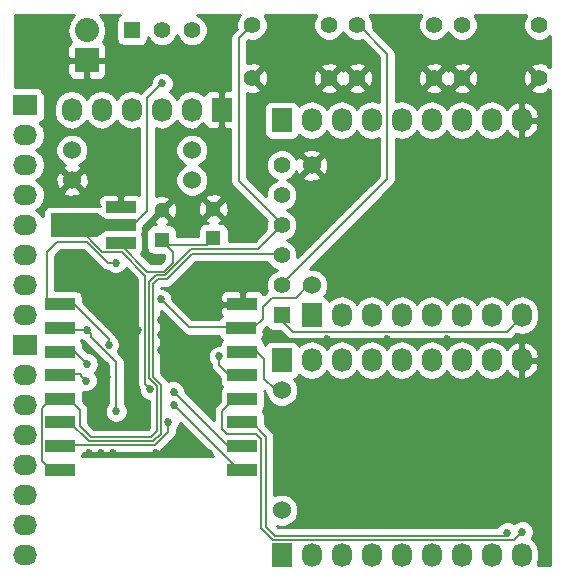
<source format=gbl>
G04 #@! TF.FileFunction,Copper,L2,Bot,Signal*
%FSLAX46Y46*%
G04 Gerber Fmt 4.6, Leading zero omitted, Abs format (unit mm)*
G04 Created by KiCad (PCBNEW 4.0.2-stable) date Thursday, August 11, 2016 'amt' 12:54:17 am*
%MOMM*%
G01*
G04 APERTURE LIST*
%ADD10C,0.100000*%
%ADD11R,2.032000X2.032000*%
%ADD12O,2.032000X2.032000*%
%ADD13R,2.500000X1.100000*%
%ADD14R,1.300000X1.300000*%
%ADD15C,1.300000*%
%ADD16C,1.397000*%
%ADD17C,1.524000*%
%ADD18R,1.727200X2.032000*%
%ADD19O,1.727200X2.032000*%
%ADD20R,2.032000X1.727200*%
%ADD21O,2.032000X1.727200*%
%ADD22R,1.397000X1.397000*%
%ADD23R,2.501900X1.000760*%
%ADD24R,4.000500X1.998980*%
%ADD25C,0.685800*%
%ADD26C,0.152400*%
%ADD27C,0.254000*%
G04 APERTURE END LIST*
D10*
D11*
X6705600Y-4445000D03*
D12*
X6705600Y-1905000D03*
D13*
X4456200Y-39116000D03*
X4456200Y-37116000D03*
X4456200Y-35116000D03*
X4456200Y-33116000D03*
X4456200Y-31116000D03*
X4456200Y-29116000D03*
X4456200Y-27116000D03*
X4456200Y-25116000D03*
X19856200Y-25116000D03*
X19756200Y-27116000D03*
X19856200Y-29116000D03*
X19856200Y-31116000D03*
X19856200Y-33116000D03*
X19856200Y-35116000D03*
X19856200Y-37116000D03*
X19856200Y-39116000D03*
D14*
X17399000Y-19518000D03*
D15*
X17399000Y-17018000D03*
D16*
X27190700Y-1469000D03*
X27190700Y-5969000D03*
X20690700Y-1469000D03*
X20690700Y-5969000D03*
D14*
X13030200Y-19645000D03*
D15*
X13030200Y-17145000D03*
D17*
X5435600Y-14605000D03*
X15595600Y-14605000D03*
D18*
X18110200Y-8636000D03*
D19*
X15570200Y-8636000D03*
X13030200Y-8636000D03*
X10490200Y-8636000D03*
X7950200Y-8636000D03*
X5410200Y-8636000D03*
D17*
X25730200Y-23495000D03*
X25730200Y-13335000D03*
D20*
X1498600Y-8255000D03*
D21*
X1498600Y-10795000D03*
X1498600Y-13335000D03*
X1498600Y-15875000D03*
X1498600Y-18415000D03*
X1498600Y-20955000D03*
X1498600Y-23495000D03*
X1498600Y-26035000D03*
D20*
X1498600Y-28575000D03*
D21*
X1498600Y-31115000D03*
X1498600Y-33655000D03*
X1498600Y-36195000D03*
X1498600Y-38735000D03*
X1498600Y-41275000D03*
X1498600Y-43815000D03*
X1498600Y-46355000D03*
D18*
X23190200Y-9525000D03*
D19*
X25730200Y-9525000D03*
X28270200Y-9525000D03*
X30810200Y-9525000D03*
X33350200Y-9525000D03*
X35890200Y-9525000D03*
X38430200Y-9525000D03*
X40970200Y-9525000D03*
X43510200Y-9525000D03*
D18*
X25730200Y-26035000D03*
D19*
X28270200Y-26035000D03*
X30810200Y-26035000D03*
X33350200Y-26035000D03*
X35890200Y-26035000D03*
X38430200Y-26035000D03*
X40970200Y-26035000D03*
X43510200Y-26035000D03*
D18*
X23190200Y-29845000D03*
D19*
X25730200Y-29845000D03*
X28270200Y-29845000D03*
X30810200Y-29845000D03*
X33350200Y-29845000D03*
X35890200Y-29845000D03*
X38430200Y-29845000D03*
X40970200Y-29845000D03*
X43510200Y-29845000D03*
D18*
X23190200Y-46355000D03*
D19*
X25730200Y-46355000D03*
X28270200Y-46355000D03*
X30810200Y-46355000D03*
X33350200Y-46355000D03*
X35890200Y-46355000D03*
X38430200Y-46355000D03*
X40970200Y-46355000D03*
X43510200Y-46355000D03*
D17*
X23190200Y-32385000D03*
X23190200Y-42545000D03*
X5435600Y-12065000D03*
X15595600Y-12065000D03*
D22*
X23190200Y-26035000D03*
D16*
X23190200Y-23495000D03*
X23190200Y-20955000D03*
X23190200Y-18415000D03*
X23190200Y-15875000D03*
X23190200Y-13335000D03*
D22*
X10515600Y-1905000D03*
D16*
X13055600Y-1905000D03*
X15595600Y-1905000D03*
D23*
X9552940Y-16913860D03*
X9552940Y-18415000D03*
X9552940Y-19916140D03*
D24*
X5600700Y-18415000D03*
D10*
G36*
X8324850Y-18915380D02*
X7575550Y-19415760D01*
X7575550Y-17414240D01*
X8324850Y-17914620D01*
X8324850Y-18915380D01*
X8324850Y-18915380D01*
G37*
D16*
X36080700Y-1469000D03*
X36080700Y-5969000D03*
X29580700Y-1469000D03*
X29580700Y-5969000D03*
X44970700Y-1469000D03*
X44970700Y-5969000D03*
X38470700Y-1469000D03*
X38470700Y-5969000D03*
D25*
X8763000Y-5461000D03*
X8763000Y-3048000D03*
X8763000Y-4318000D03*
X32131000Y-28067000D03*
X37211000Y-28067000D03*
X27051000Y-28067000D03*
X21844000Y-27432000D03*
X8000996Y-35433000D03*
X6858000Y-33147004D03*
X7238992Y-34417000D03*
X8763000Y-25527000D03*
X7874004Y-29972000D03*
X8382000Y-31241998D03*
X8636001Y-26797000D03*
X15621000Y-30099000D03*
X17145000Y-28321000D03*
X17145000Y-33782000D03*
X17145000Y-32004000D03*
X15621000Y-32004000D03*
X40005000Y-40005000D03*
X38989000Y-35687000D03*
X36576000Y-40005000D03*
X36576000Y-37846000D03*
X33909000Y-37846002D03*
X31242000Y-37846000D03*
X28321000Y-37846000D03*
X25400000Y-42164000D03*
X25400000Y-40005000D03*
X28321000Y-40005000D03*
X31242000Y-40005000D03*
X33909000Y-40005000D03*
X25400000Y-37846000D03*
X23495000Y-34671000D03*
X25400000Y-33401000D03*
X25400000Y-35687000D03*
X28321000Y-35687000D03*
X31242000Y-35687000D03*
X33909000Y-35687000D03*
X36576000Y-35687000D03*
X44196000Y-37846000D03*
X42291000Y-37846000D03*
X42290998Y-40005000D03*
X42291000Y-35687000D03*
X44196002Y-35687000D03*
X43433998Y-28067000D03*
X26670000Y-21717002D03*
X29591000Y-19685000D03*
X32004000Y-17526000D03*
X32004000Y-19685000D03*
X34417000Y-19685000D03*
X34417000Y-17526000D03*
X34417000Y-15621000D03*
X36576000Y-15621000D03*
X36576000Y-17526000D03*
X36576000Y-19685000D03*
X40767000Y-19685000D03*
X42799000Y-19685000D03*
X44831000Y-19685000D03*
X44831000Y-17526000D03*
X42799000Y-17526000D03*
X40767000Y-17526000D03*
X40767000Y-15621000D03*
X42799000Y-15621000D03*
X44831000Y-15621000D03*
X42291000Y-11049000D03*
X45465998Y-8001000D03*
X45465998Y-11049000D03*
X37338004Y-4572000D03*
X37338000Y-7620000D03*
X30861000Y-7366000D03*
X28321000Y-7366000D03*
X45466000Y-9524994D03*
X42799000Y-7112000D03*
X40767000Y-7112002D03*
X44831004Y-3429000D03*
X42799000Y-5207000D03*
X40767000Y-5207000D03*
X38735000Y-3429000D03*
X40767000Y-1651000D03*
X40767000Y-3429000D03*
X42799000Y-3429000D03*
X42799000Y-1651000D03*
X33909000Y-1651000D03*
X33909000Y-3556000D03*
X31877000Y-1651000D03*
X24892000Y-19812000D03*
X24765000Y-17017996D03*
X26543000Y-16764000D03*
X26416000Y-18415000D03*
X28321000Y-16764000D03*
X30099000Y-15113000D03*
X28320996Y-15113000D03*
X26543000Y-15113002D03*
X24765002Y-15113000D03*
X15621000Y-28321000D03*
X16891000Y-25908000D03*
X15621000Y-25908000D03*
X15621004Y-24257000D03*
X16891000Y-24257002D03*
X16891000Y-22606000D03*
X15621000Y-22606000D03*
X8001000Y-22733000D03*
X6858000Y-23875994D03*
X6858002Y-21590000D03*
X8890000Y-10922000D03*
X7366000Y-16383000D03*
X7366002Y-14605000D03*
X8890002Y-14605000D03*
X10541000Y-14605000D03*
X10541000Y-12700000D03*
X8890000Y-12700000D03*
X7366000Y-12699996D03*
X15621004Y-18415000D03*
X15621002Y-16637000D03*
X19558000Y-19050000D03*
X20955000Y-18160998D03*
X19558000Y-17145000D03*
X21209000Y-21971000D03*
X19557998Y-21971000D03*
X18034000Y-13208000D03*
X18034000Y-15113000D03*
X18034000Y-11430000D03*
X14224000Y-10541000D03*
X16510004Y-10541000D03*
X29591000Y-3556000D03*
X27432012Y-3556000D03*
X21082000Y-3556000D03*
X25273002Y-3556000D03*
X23114000Y-3556000D03*
X23114000Y-7239002D03*
X25272992Y-7239000D03*
X23113998Y-5461000D03*
X25273000Y-5461004D03*
X23113996Y-1651000D03*
X25273000Y-1651004D03*
X20955000Y-10160000D03*
X20955000Y-12064996D03*
X23114000Y-11557000D03*
X20955000Y-14224000D03*
X20955000Y-8255000D03*
X18034000Y-1270000D03*
X18034000Y-2794000D03*
X18033992Y-4318000D03*
X18034000Y-5842000D03*
X12954002Y-15367000D03*
X13843000Y-37719000D03*
X12573012Y-37719000D03*
X8890000Y-37719000D03*
X7874000Y-37719000D03*
X9779000Y-27305000D03*
X11049000Y-27305000D03*
X12954000Y-27686002D03*
X12954008Y-26416000D03*
X12954000Y-28956000D03*
X6858000Y-37719000D03*
X3683000Y-7873994D03*
X6350000Y-6604000D03*
X4699000Y-6096000D03*
X1142996Y-6096000D03*
X2921000Y-1143000D03*
X2921000Y-6096000D03*
X2921000Y-4318000D03*
X2921000Y-2794000D03*
X4699000Y-2794000D03*
X4699000Y-4318000D03*
X1143004Y-2794000D03*
X33401000Y-5461000D03*
X33401000Y-7366000D03*
X4699002Y-1143000D03*
X1143000Y-4318000D03*
X1143000Y-1143000D03*
X17018016Y-37719000D03*
X16510000Y-6731000D03*
X13589000Y-35052000D03*
X8532122Y-28551884D03*
X9143996Y-21590000D03*
X14033488Y-32512000D03*
X14033490Y-33655000D03*
X12065000Y-32321500D03*
X13081000Y-6413500D03*
X12954008Y-24701500D03*
X17907000Y-29527500D03*
X6731000Y-27305000D03*
X9173478Y-34163010D03*
X6731002Y-30162500D03*
X6640848Y-31576848D03*
X42291000Y-44450000D03*
X43561000Y-44386500D03*
D26*
X8763000Y-3048000D02*
X8763000Y-5461000D01*
X6756400Y-4381500D02*
X8699500Y-4381500D01*
X8699500Y-4381500D02*
X8763000Y-4318000D01*
X32131000Y-28067000D02*
X30099000Y-28067000D01*
X37211000Y-28067000D02*
X32131000Y-28067000D01*
X43433998Y-28067000D02*
X37211000Y-28067000D01*
X30099000Y-28067000D02*
X23749000Y-28067000D01*
X30099000Y-28067000D02*
X27051000Y-28067000D01*
X23749000Y-28067000D02*
X22479000Y-28067000D01*
X22479000Y-28067000D02*
X21844000Y-27432000D01*
X29580700Y-5969000D02*
X30734000Y-4815700D01*
X30734000Y-4815700D02*
X30734000Y-4699000D01*
X30734000Y-4699000D02*
X29591000Y-3556000D01*
X17399000Y-17018000D02*
X16510000Y-17907000D01*
X16510000Y-17907000D02*
X16129000Y-17907000D01*
X16129000Y-17907000D02*
X15621002Y-17399002D01*
X15621002Y-17399002D02*
X15621002Y-16637000D01*
X19207000Y-25052500D02*
X19240500Y-25019000D01*
X19812000Y-25019000D02*
X19812000Y-22910800D01*
X19240500Y-25019000D02*
X19812000Y-25019000D01*
X19812000Y-22910800D02*
X19215099Y-22313899D01*
X12954000Y-27686002D02*
X14859002Y-27686002D01*
X14859002Y-27686002D02*
X15113000Y-27940000D01*
X15113000Y-27940000D02*
X15494000Y-27940000D01*
X15494000Y-27940000D02*
X15532101Y-27978101D01*
X12954008Y-26416000D02*
X13462000Y-26416000D01*
X13462000Y-26416000D02*
X15024101Y-27978101D01*
X15024101Y-27978101D02*
X15532101Y-27978101D01*
X7516063Y-35433000D02*
X8000996Y-35433000D01*
X7493000Y-35409937D02*
X7516063Y-35433000D01*
X7493000Y-35306000D02*
X7493000Y-35409937D01*
X7581891Y-34759899D02*
X7238992Y-34417000D01*
X7620000Y-34821067D02*
X7620000Y-34798008D01*
X7620000Y-34798008D02*
X7581891Y-34759899D01*
X8636000Y-26924000D02*
X8636000Y-26797001D01*
X8636000Y-26797001D02*
X8636001Y-26797000D01*
X15621000Y-31115000D02*
X15621000Y-30099000D01*
X15621000Y-28321000D02*
X17145000Y-28321000D01*
X12954000Y-29591000D02*
X17145000Y-33782000D01*
X12954000Y-28956000D02*
X12954000Y-29591000D01*
X15621000Y-32004000D02*
X17145000Y-32004000D01*
X41021000Y-40005000D02*
X40005000Y-40005000D01*
X41148000Y-39878000D02*
X41021000Y-40005000D01*
X42291000Y-35687000D02*
X38989000Y-35687000D01*
X33909000Y-40005000D02*
X36576000Y-40005000D01*
X36575998Y-37846002D02*
X36576000Y-37846000D01*
X33909000Y-37846002D02*
X36575998Y-37846002D01*
X34036000Y-37846000D02*
X36576000Y-37846000D01*
X28194000Y-37846000D02*
X31115000Y-37846000D01*
X25400000Y-41679067D02*
X25400000Y-42164000D01*
X25273000Y-40132000D02*
X25400000Y-40259000D01*
X31115000Y-40005000D02*
X28194000Y-40005000D01*
X23495000Y-34671000D02*
X25400000Y-36576000D01*
X25400000Y-36576000D02*
X25400000Y-38227000D01*
X25400000Y-35687000D02*
X25400000Y-33401000D01*
X31115000Y-35687000D02*
X28194000Y-35687000D01*
X36576000Y-35687000D02*
X33909000Y-35687000D01*
X41783000Y-37846000D02*
X44196000Y-37846000D01*
X41783000Y-37846000D02*
X42291000Y-37846000D01*
X41275000Y-40005000D02*
X42290998Y-40005000D01*
X41148000Y-39878000D02*
X41275000Y-40005000D01*
X41275000Y-39751000D02*
X41275000Y-38735000D01*
X41148000Y-39878000D02*
X41275000Y-39751000D01*
X44196002Y-35687000D02*
X42291000Y-35687000D01*
X43433998Y-31750012D02*
X43433998Y-28067000D01*
X39878010Y-35306000D02*
X43433998Y-31750012D01*
X28067002Y-20320000D02*
X26670000Y-21717002D01*
X39751000Y-20320000D02*
X28067002Y-20320000D01*
X32004000Y-17526000D02*
X29845000Y-19685000D01*
X29845000Y-19685000D02*
X29591000Y-19685000D01*
X34417000Y-19685000D02*
X32004000Y-19685000D01*
X34417000Y-15621000D02*
X34417000Y-17526000D01*
X36576000Y-17526000D02*
X36576000Y-15621000D01*
X40767000Y-19685000D02*
X36576000Y-19685000D01*
X44831000Y-19685000D02*
X42799000Y-19685000D01*
X42799000Y-17526000D02*
X44831000Y-17526000D01*
X40767000Y-15621000D02*
X40767000Y-17526000D01*
X44831000Y-15621000D02*
X42799000Y-15621000D01*
X43688000Y-12446000D02*
X42291000Y-11049000D01*
X43688000Y-15113000D02*
X43688000Y-12446000D01*
X45466000Y-8001002D02*
X45465998Y-8001000D01*
X45466000Y-9524994D02*
X45466000Y-8001002D01*
X43688000Y-11049000D02*
X45465998Y-11049000D01*
X43561000Y-11176000D02*
X43688000Y-11049000D01*
X35814000Y-7620000D02*
X37338000Y-7620000D01*
X35687000Y-7493000D02*
X35814000Y-7620000D01*
X35814000Y-4572000D02*
X37338004Y-4572000D01*
X35052000Y-3810000D02*
X35814000Y-4572000D01*
X37338004Y-4698996D02*
X37338004Y-4572000D01*
X37338000Y-4699000D02*
X37338004Y-4698996D01*
X29580700Y-5969000D02*
X30861000Y-7249300D01*
X30861000Y-7249300D02*
X30861000Y-7366000D01*
X28321000Y-7366000D02*
X29580700Y-6106300D01*
X29580700Y-6106300D02*
X29580700Y-5969000D01*
X43815000Y-7239000D02*
X42926000Y-7239000D01*
X42799000Y-6223000D02*
X43599101Y-7023101D01*
X42799000Y-5207000D02*
X42799000Y-6223000D01*
X42926000Y-7239000D02*
X42799000Y-7112000D01*
X43053000Y-6477000D02*
X43599101Y-7023101D01*
X43053000Y-6350000D02*
X43053000Y-6477000D01*
X43599101Y-7023101D02*
X43815000Y-7239000D01*
X40258996Y-7112002D02*
X40767000Y-7112002D01*
X39750998Y-7620000D02*
X40258996Y-7112002D01*
X45466000Y-3048000D02*
X45212004Y-3048000D01*
X45212004Y-3048000D02*
X44831004Y-3429000D01*
X41021000Y-5207000D02*
X40767000Y-5207000D01*
X42799000Y-3429000D02*
X41021000Y-5207000D01*
X38989000Y-3429000D02*
X38735000Y-3429000D01*
X40767000Y-1651000D02*
X38989000Y-3429000D01*
X42164000Y-3429000D02*
X42799000Y-3429000D01*
X42037000Y-3556000D02*
X42164000Y-3429000D01*
X43306996Y-1143004D02*
X42799000Y-1651000D01*
X43306996Y-1143000D02*
X43306996Y-1143004D01*
X31877000Y-1651000D02*
X33909000Y-1651000D01*
X33401000Y-7366000D02*
X33401000Y-5461000D01*
X33147000Y-2794000D02*
X33909000Y-3556000D01*
X32893000Y-2794000D02*
X33147000Y-2794000D01*
X25946101Y-18757899D02*
X24892000Y-19812000D01*
X26200101Y-18757899D02*
X25946101Y-18757899D01*
X24765002Y-17017994D02*
X24765000Y-17017996D01*
X24765002Y-15113000D02*
X24765002Y-17017994D01*
X28067000Y-16764000D02*
X26543000Y-16764000D01*
X28321000Y-16764000D02*
X26543000Y-16764000D01*
X28321000Y-17018000D02*
X28067000Y-16764000D01*
X26200101Y-18630899D02*
X26416000Y-18415000D01*
X26200101Y-18757899D02*
X26200101Y-18630899D01*
X25309522Y-19521478D02*
X25436522Y-19521478D01*
X25436522Y-19521478D02*
X26200101Y-18757899D01*
X30098998Y-15367002D02*
X30099000Y-15367000D01*
X26543000Y-15113002D02*
X30098998Y-15113002D01*
X28320996Y-15748004D02*
X28320996Y-15113000D01*
X28105101Y-15963899D02*
X28320996Y-15748004D01*
X27813000Y-15620996D02*
X28320996Y-15113000D01*
X27813000Y-15621000D02*
X27813000Y-15620996D01*
X25781000Y-13271500D02*
X26543000Y-14033500D01*
X26543000Y-14033500D02*
X26543000Y-15113002D01*
X15621000Y-28067000D02*
X15621000Y-28321000D01*
X15532101Y-27978101D02*
X15621000Y-28067000D01*
X14732000Y-28321000D02*
X15621000Y-28321000D01*
X17780000Y-25116000D02*
X17683000Y-25116000D01*
X17683000Y-25116000D02*
X16891000Y-25908000D01*
X15621004Y-25907996D02*
X15621000Y-25908000D01*
X15621004Y-24257000D02*
X15621004Y-25907996D01*
X15621000Y-24510996D02*
X15621000Y-25908000D01*
X15748000Y-24383996D02*
X15621000Y-24510996D01*
X17749998Y-25116000D02*
X16891000Y-24257002D01*
X17780000Y-25116000D02*
X17749998Y-25116000D01*
X15748000Y-22606000D02*
X16891000Y-22606000D01*
X15621000Y-22606000D02*
X16891000Y-22606000D01*
X6858000Y-23875994D02*
X8000994Y-22733000D01*
X6985000Y-23749000D02*
X8001000Y-22733000D01*
X8000994Y-22733000D02*
X8001000Y-22733000D01*
X6858000Y-23749000D02*
X6985000Y-23749000D01*
X6858002Y-22732998D02*
X6858002Y-21590000D01*
X6858000Y-22733000D02*
X6858002Y-22732998D01*
X8890000Y-12700000D02*
X8890000Y-10922000D01*
X8890000Y-11533933D02*
X8890000Y-10922000D01*
X7366000Y-16129002D02*
X7366000Y-16383000D01*
X8890002Y-14605000D02*
X7366000Y-16129002D01*
X7366000Y-14604998D02*
X7366002Y-14605000D01*
X7366000Y-12699996D02*
X7366000Y-14604998D01*
X7366002Y-15239998D02*
X7366002Y-14605000D01*
X7366000Y-15240000D02*
X7366002Y-15239998D01*
X10096500Y-14795500D02*
X10350500Y-14795500D01*
X10541000Y-15240000D02*
X10541000Y-14605000D01*
X10668000Y-15367000D02*
X10541000Y-15240000D01*
X10350500Y-14795500D02*
X10541000Y-14605000D01*
X9613899Y-13677899D02*
X10541000Y-14605000D01*
X9232897Y-13677899D02*
X9613899Y-13677899D01*
X10541000Y-12700000D02*
X10541000Y-14605000D01*
X8890000Y-13335002D02*
X8890000Y-12700000D01*
X9232897Y-13677899D02*
X8890000Y-13335002D01*
X7404101Y-12280899D02*
X7366000Y-12319000D01*
X7366000Y-12319000D02*
X7366000Y-12699996D01*
X16002000Y-18415000D02*
X15621004Y-18415000D01*
X17399000Y-17018000D02*
X16002000Y-18415000D01*
X14224000Y-16637000D02*
X15621002Y-16637000D01*
X13970000Y-16383000D02*
X14224000Y-16637000D01*
X19558000Y-19050000D02*
X19558000Y-17145000D01*
X18541998Y-18160998D02*
X20955000Y-18160998D01*
X20320000Y-21971000D02*
X21209000Y-21971000D01*
X17779998Y-23749000D02*
X19215099Y-22313899D01*
X17653000Y-23749000D02*
X17779998Y-23749000D01*
X19215099Y-22313899D02*
X19557998Y-21971000D01*
X17399000Y-17018000D02*
X18541998Y-18160998D01*
X19558000Y-17780000D02*
X19558000Y-17145000D01*
X18034000Y-13843004D02*
X18034000Y-13208000D01*
X18034000Y-8699500D02*
X18034000Y-15113000D01*
X18161000Y-8572500D02*
X18034000Y-8699500D01*
X17526000Y-10922000D02*
X18034000Y-11430000D01*
X17526000Y-10668004D02*
X17526000Y-10922000D01*
X15748000Y-10541000D02*
X14224000Y-10541000D01*
X16510000Y-9779000D02*
X15748000Y-10541000D01*
X16510004Y-9779004D02*
X16510004Y-10541000D01*
X16510000Y-9779000D02*
X16510004Y-9779004D01*
X18415000Y-12700000D02*
X18415000Y-11684000D01*
X18415000Y-11684000D02*
X16510000Y-9779000D01*
X25273002Y-3556000D02*
X27432012Y-3556000D01*
X21208996Y-3556000D02*
X21082000Y-3556000D01*
X23113996Y-1651000D02*
X21208996Y-3556000D01*
X23114000Y-3556000D02*
X21082000Y-3556000D01*
X25273000Y-1651004D02*
X25273000Y-3555998D01*
X25273000Y-3555998D02*
X25273002Y-3556000D01*
X23113998Y-5461000D02*
X23113998Y-3556002D01*
X23113998Y-3556002D02*
X23114000Y-3556000D01*
X21970998Y-7239002D02*
X23114000Y-7239002D01*
X20955000Y-8255000D02*
X21970998Y-7239002D01*
X25273000Y-7238992D02*
X25272992Y-7239000D01*
X25273000Y-5461004D02*
X25273000Y-7238992D01*
X23113998Y-3937004D02*
X23113998Y-5461000D01*
X23241000Y-3810002D02*
X23113998Y-3937004D01*
X20955000Y-12064996D02*
X20955000Y-10160000D01*
X20955000Y-13208000D02*
X22606000Y-11557000D01*
X22606000Y-11557000D02*
X23114000Y-11557000D01*
X20955000Y-14224000D02*
X20955000Y-13208000D01*
X18034000Y-2794000D02*
X18034000Y-1270000D01*
X18034000Y-4318008D02*
X18033992Y-4318000D01*
X18034000Y-5842000D02*
X18034000Y-4318008D01*
X7404101Y-12103101D02*
X7239000Y-11938000D01*
X7404101Y-12280899D02*
X7404101Y-12103101D01*
X13970000Y-16383000D02*
X13296901Y-15709899D01*
X13296901Y-15709899D02*
X12954002Y-15367000D01*
X10160000Y-14859000D02*
X10160000Y-14605002D01*
X10160000Y-14605002D02*
X9232897Y-13677899D01*
X17018016Y-37719000D02*
X13843000Y-37719000D01*
X7874000Y-37719000D02*
X8890000Y-37719000D01*
X6858000Y-37719000D02*
X7874000Y-37719000D01*
X10668000Y-27305000D02*
X9779000Y-27305000D01*
X10668000Y-27305000D02*
X11049000Y-27305000D01*
X19156200Y-25116000D02*
X17780000Y-25116000D01*
X12954000Y-28956000D02*
X12954000Y-27686002D01*
X13857999Y-16495001D02*
X13970000Y-16383000D01*
X13030200Y-17145000D02*
X13680199Y-16495001D01*
X13680199Y-16495001D02*
X13857999Y-16495001D01*
X39751000Y-36194988D02*
X41402012Y-37846000D01*
X41402012Y-37846000D02*
X41783000Y-37846000D01*
X41656000Y-37719000D02*
X41783000Y-37846000D01*
X41656000Y-37361067D02*
X41656000Y-37719000D01*
X41656000Y-37083990D02*
X41656000Y-37361067D01*
X41656000Y-36068000D02*
X41656000Y-37361067D01*
X42291000Y-35433000D02*
X41656000Y-36068000D01*
X39878010Y-35306000D02*
X41656000Y-37083990D01*
X4952994Y-6604000D02*
X3683000Y-7873994D01*
X5865067Y-6604000D02*
X4952994Y-6604000D01*
X5334000Y-6604000D02*
X5865067Y-6604000D01*
X5207000Y-6477000D02*
X5334000Y-6604000D01*
X5865067Y-6604000D02*
X6350000Y-6604000D01*
X2921000Y-4318000D02*
X4699000Y-6096000D01*
X1143000Y-6095996D02*
X1142996Y-6096000D01*
X1143000Y-4318000D02*
X1143000Y-6095996D01*
X4699002Y-1143000D02*
X2921000Y-1143000D01*
X2921000Y-7112000D02*
X2921000Y-6096000D01*
X3556000Y-7747000D02*
X2921000Y-7112000D01*
X1143004Y-2794000D02*
X2921000Y-2794000D01*
X7366000Y-13335000D02*
X7366000Y-12319000D01*
X10033000Y-27305000D02*
X10668000Y-27305000D01*
X7620000Y-35179000D02*
X7493000Y-35306000D01*
X7977933Y-35306000D02*
X7493000Y-35306000D01*
X7620000Y-34821067D02*
X7620000Y-35179000D01*
X8001000Y-35433000D02*
X8001000Y-35329067D01*
X8001000Y-35329067D02*
X7977933Y-35306000D01*
X4699000Y-4318000D02*
X4699000Y-2794000D01*
X1143000Y-2793996D02*
X1143004Y-2794000D01*
X1143000Y-1143000D02*
X1143000Y-2793996D01*
X7620000Y-34821067D02*
X8001000Y-34440067D01*
X8001000Y-34440067D02*
X8001000Y-33655000D01*
X8001000Y-33655000D02*
X8509000Y-33147000D01*
X8509000Y-33147000D02*
X8509000Y-30606994D01*
X16510000Y-6731000D02*
X16510000Y-6350000D01*
X16510000Y-6350000D02*
X16891000Y-5969000D01*
X5207000Y-37052500D02*
X5239001Y-37020499D01*
X5239001Y-37020499D02*
X12486434Y-37020499D01*
X12486434Y-37020499D02*
X13589000Y-35917933D01*
X13589000Y-35917933D02*
X13589000Y-35052000D01*
X23241000Y-25971500D02*
X23241000Y-26543000D01*
X23241000Y-26543000D02*
X24130000Y-27432000D01*
X24130000Y-27432000D02*
X42252900Y-27432000D01*
X42252900Y-27432000D02*
X43561000Y-26123900D01*
X43561000Y-26123900D02*
X43561000Y-25971500D01*
X8532122Y-28066951D02*
X8532122Y-28551884D01*
X5156200Y-25116000D02*
X5581171Y-25116000D01*
X5581171Y-25116000D02*
X8532122Y-28066951D01*
X9552940Y-19916140D02*
X9552940Y-20093940D01*
X9552940Y-20093940D02*
X11811000Y-22352000D01*
X11811000Y-22352000D02*
X13208000Y-22352000D01*
X13208000Y-22352000D02*
X13970000Y-21590000D01*
X13970000Y-21590000D02*
X13970000Y-20701000D01*
X13970000Y-20701000D02*
X13030200Y-19761200D01*
X13030200Y-19761200D02*
X13030200Y-19645000D01*
X17399000Y-19518000D02*
X16851000Y-20066000D01*
X16851000Y-20066000D02*
X13451200Y-20066000D01*
X13451200Y-20066000D02*
X13030200Y-19645000D01*
X9143996Y-21590000D02*
X8458933Y-21590000D01*
X8458933Y-21590000D02*
X6680933Y-19812000D01*
X6680933Y-19812000D02*
X4191000Y-19812000D01*
X4191000Y-19812000D02*
X3302000Y-20701000D01*
X3302000Y-20701000D02*
X3302000Y-24765000D01*
X3302000Y-24765000D02*
X3653000Y-25116000D01*
X3653000Y-25116000D02*
X5156200Y-25116000D01*
X18573988Y-37052500D02*
X14033488Y-32512000D01*
X19207000Y-37052500D02*
X18573988Y-37052500D01*
X19207000Y-39052500D02*
X19207000Y-38828510D01*
X19207000Y-38828510D02*
X14033490Y-33655000D01*
X13081000Y-6413500D02*
X11811000Y-7683500D01*
X11811000Y-7683500D02*
X11811000Y-17208500D01*
X11811000Y-17208500D02*
X10668000Y-18351500D01*
X11645877Y-22694877D02*
X11645877Y-31902377D01*
X10668000Y-18351500D02*
X5651500Y-18351500D01*
X5651500Y-18351500D02*
X8001000Y-20701000D01*
X8001000Y-20701000D02*
X9652000Y-20701000D01*
X9652000Y-20701000D02*
X11645877Y-22694877D01*
X11645877Y-31902377D02*
X12065000Y-32321500D01*
X9552940Y-18415000D02*
X7950200Y-18415000D01*
X15305008Y-27052500D02*
X12954008Y-24701500D01*
X19207000Y-27052500D02*
X15305008Y-27052500D01*
X21590000Y-26352500D02*
X21590000Y-25336500D01*
X25527000Y-23431500D02*
X25781000Y-23431500D01*
X21590000Y-25336500D02*
X22352000Y-24574500D01*
X20890000Y-27052500D02*
X21590000Y-26352500D01*
X22352000Y-24574500D02*
X24384000Y-24574500D01*
X24384000Y-24574500D02*
X25527000Y-23431500D01*
X19207000Y-27052500D02*
X20890000Y-27052500D01*
X19207000Y-29052500D02*
X20988000Y-29052500D01*
X20988000Y-29052500D02*
X21717000Y-29781500D01*
X21717000Y-29781500D02*
X21717000Y-31432500D01*
X21717000Y-31432500D02*
X22606000Y-32321500D01*
X22606000Y-32321500D02*
X23241000Y-32321500D01*
X19207000Y-31052500D02*
X18670000Y-31052500D01*
X17907000Y-30289500D02*
X17907000Y-29527500D01*
X18670000Y-31052500D02*
X17907000Y-30289500D01*
X23241000Y-23431500D02*
X32131000Y-14541500D01*
X32131000Y-14541500D02*
X32131000Y-3905000D01*
X32131000Y-3905000D02*
X29631500Y-1405500D01*
X23241000Y-20891500D02*
X23177500Y-20828000D01*
X23177500Y-20828000D02*
X15621000Y-20828000D01*
X15621000Y-20828000D02*
X13462000Y-22987000D01*
X13462000Y-22987000D02*
X12700000Y-22987000D01*
X12700000Y-22987000D02*
X12255499Y-23431501D01*
X12255499Y-23431501D02*
X12255499Y-31241999D01*
X12319000Y-36703000D02*
X6857500Y-36703000D01*
X12255499Y-31241999D02*
X12954000Y-31940500D01*
X12954000Y-31940500D02*
X12954000Y-36068000D01*
X12954000Y-36068000D02*
X12319000Y-36703000D01*
X6857500Y-36703000D02*
X5207000Y-35052500D01*
X5156200Y-33116000D02*
X6096000Y-34055800D01*
X23241000Y-18415000D02*
X23241000Y-18351500D01*
X6096000Y-34055800D02*
X6096000Y-35433000D01*
X19558000Y-2589000D02*
X20741500Y-1405500D01*
X23241000Y-18351500D02*
X19558000Y-14668500D01*
X6096000Y-35433000D02*
X7048500Y-36385500D01*
X19558000Y-14668500D02*
X19558000Y-2589000D01*
X7048500Y-36385500D02*
X12128500Y-36385500D01*
X12522189Y-22656811D02*
X13340804Y-22656811D01*
X11950688Y-23228312D02*
X12522189Y-22656811D01*
X12636501Y-32054067D02*
X11950688Y-31368254D01*
X13340804Y-22656811D02*
X15550615Y-20447000D01*
X12128500Y-36385500D02*
X12636501Y-35877499D01*
X12636501Y-35877499D02*
X12636501Y-32054067D01*
X11950688Y-31368254D02*
X11950688Y-23228312D01*
X15550615Y-20447000D02*
X21209000Y-20447000D01*
X21209000Y-20447000D02*
X23241000Y-18415000D01*
X5156200Y-33116000D02*
X3714000Y-33116000D01*
X3714000Y-33116000D02*
X2921000Y-33909000D01*
X2921000Y-33909000D02*
X2921000Y-38346082D01*
X2921000Y-38346082D02*
X3627418Y-39052500D01*
X3627418Y-39052500D02*
X5207000Y-39052500D01*
X6246067Y-27305000D02*
X6731000Y-27305000D01*
X5397500Y-27305000D02*
X6246067Y-27305000D01*
X5207000Y-27114500D02*
X5397500Y-27305000D01*
X9173478Y-30001484D02*
X7073899Y-27901905D01*
X7073899Y-27647899D02*
X6731000Y-27305000D01*
X9173478Y-34163010D02*
X9173478Y-30001484D01*
X7073899Y-27901905D02*
X7073899Y-27647899D01*
X5621002Y-29052500D02*
X6731002Y-30162500D01*
X5207000Y-29052500D02*
X5621002Y-29052500D01*
X6116500Y-31052500D02*
X6297949Y-31233949D01*
X5207000Y-31052500D02*
X6116500Y-31052500D01*
X6297949Y-31233949D02*
X6640848Y-31576848D01*
X42291000Y-44450000D02*
X42037000Y-44704000D01*
X42037000Y-44704000D02*
X22606000Y-44704000D01*
X22606000Y-44704000D02*
X21844000Y-43942000D01*
X21844000Y-43942000D02*
X21844000Y-36322000D01*
X20638000Y-35116000D02*
X19156200Y-35116000D01*
X21844000Y-36322000D02*
X20638000Y-35116000D01*
X43561000Y-44386500D02*
X42862500Y-45085000D01*
X42862500Y-45085000D02*
X22479000Y-45085000D01*
X22479000Y-45085000D02*
X21463000Y-44069000D01*
X21463000Y-44069000D02*
X21463000Y-36511318D01*
X21463000Y-36511318D02*
X21019682Y-36068000D01*
X21019682Y-36068000D02*
X18596718Y-36068000D01*
X19207000Y-33117000D02*
X19207000Y-33052500D01*
X18596718Y-36068000D02*
X18161000Y-35632282D01*
X18161000Y-34163000D02*
X19207000Y-33117000D01*
X18161000Y-35632282D02*
X18161000Y-34163000D01*
D27*
G36*
X34950873Y-712647D02*
X34747432Y-1202587D01*
X34746969Y-1733086D01*
X34949554Y-2223380D01*
X35324347Y-2598827D01*
X35814287Y-2802268D01*
X36344786Y-2802731D01*
X36835080Y-2600146D01*
X37210527Y-2225353D01*
X37275608Y-2068620D01*
X37339554Y-2223380D01*
X37714347Y-2598827D01*
X38204287Y-2802268D01*
X38734786Y-2802731D01*
X39225080Y-2600146D01*
X39600527Y-2225353D01*
X39803968Y-1735413D01*
X39804431Y-1204914D01*
X39601846Y-714620D01*
X39527356Y-640000D01*
X43913647Y-640000D01*
X43840873Y-712647D01*
X43637432Y-1202587D01*
X43636969Y-1733086D01*
X43839554Y-2223380D01*
X44214347Y-2598827D01*
X44704287Y-2802268D01*
X45234786Y-2802731D01*
X45725080Y-2600146D01*
X45905500Y-2420040D01*
X45905500Y-4984518D01*
X45840537Y-4919555D01*
X45725282Y-5034810D01*
X45663629Y-4799200D01*
X45163220Y-4623073D01*
X44633501Y-4651852D01*
X44277771Y-4799200D01*
X44216117Y-5034812D01*
X44970700Y-5789395D01*
X44984843Y-5775253D01*
X45164448Y-5954858D01*
X45150305Y-5969000D01*
X45164448Y-5983143D01*
X44984843Y-6162748D01*
X44970700Y-6148605D01*
X44216117Y-6903188D01*
X44277771Y-7138800D01*
X44778180Y-7314927D01*
X45307899Y-7286148D01*
X45663629Y-7138800D01*
X45725282Y-6903190D01*
X45840537Y-7018445D01*
X45905500Y-6953482D01*
X45905500Y-47175500D01*
X44853121Y-47175500D01*
X44894726Y-47113234D01*
X45008800Y-46539745D01*
X45008800Y-46170255D01*
X44894726Y-45596766D01*
X44569870Y-45110585D01*
X44360176Y-44970472D01*
X44389540Y-44941159D01*
X44538730Y-44581870D01*
X44539069Y-44192837D01*
X44390507Y-43833288D01*
X44115659Y-43557960D01*
X43756370Y-43408770D01*
X43367337Y-43408431D01*
X43007788Y-43556993D01*
X42894349Y-43670235D01*
X42845659Y-43621460D01*
X42486370Y-43472270D01*
X42097337Y-43471931D01*
X41737788Y-43620493D01*
X41462460Y-43895341D01*
X41421991Y-43992800D01*
X22900589Y-43992800D01*
X22805836Y-43898048D01*
X22911100Y-43941757D01*
X23466861Y-43942242D01*
X23980503Y-43730010D01*
X24373829Y-43337370D01*
X24586957Y-42824100D01*
X24587442Y-42268339D01*
X24375210Y-41754697D01*
X23982570Y-41361371D01*
X23469300Y-41148243D01*
X22913539Y-41147758D01*
X22555200Y-41295820D01*
X22555200Y-36322000D01*
X22501063Y-36049836D01*
X22487629Y-36029730D01*
X22346895Y-35819106D01*
X21753640Y-35225851D01*
X21753640Y-34566000D01*
X21709362Y-34330683D01*
X21570290Y-34114559D01*
X21568901Y-34113610D01*
X21702631Y-33917890D01*
X21753640Y-33666000D01*
X21753640Y-32566000D01*
X21732532Y-32453820D01*
X21793087Y-32514375D01*
X21792958Y-32661661D01*
X22005190Y-33175303D01*
X22397830Y-33568629D01*
X22911100Y-33781757D01*
X23466861Y-33782242D01*
X23980503Y-33570010D01*
X24373829Y-33177370D01*
X24586957Y-32664100D01*
X24587442Y-32108339D01*
X24375210Y-31594697D01*
X24251894Y-31471166D01*
X24289117Y-31464162D01*
X24505241Y-31325090D01*
X24650231Y-31112890D01*
X24658600Y-31071561D01*
X24670530Y-31089415D01*
X25156711Y-31414271D01*
X25730200Y-31528345D01*
X26303689Y-31414271D01*
X26789870Y-31089415D01*
X27000200Y-30774634D01*
X27210530Y-31089415D01*
X27696711Y-31414271D01*
X28270200Y-31528345D01*
X28843689Y-31414271D01*
X29329870Y-31089415D01*
X29540200Y-30774634D01*
X29750530Y-31089415D01*
X30236711Y-31414271D01*
X30810200Y-31528345D01*
X31383689Y-31414271D01*
X31869870Y-31089415D01*
X32080200Y-30774634D01*
X32290530Y-31089415D01*
X32776711Y-31414271D01*
X33350200Y-31528345D01*
X33923689Y-31414271D01*
X34409870Y-31089415D01*
X34620200Y-30774634D01*
X34830530Y-31089415D01*
X35316711Y-31414271D01*
X35890200Y-31528345D01*
X36463689Y-31414271D01*
X36949870Y-31089415D01*
X37160200Y-30774634D01*
X37370530Y-31089415D01*
X37856711Y-31414271D01*
X38430200Y-31528345D01*
X39003689Y-31414271D01*
X39489870Y-31089415D01*
X39700200Y-30774634D01*
X39910530Y-31089415D01*
X40396711Y-31414271D01*
X40970200Y-31528345D01*
X41543689Y-31414271D01*
X42029870Y-31089415D01*
X42236661Y-30779931D01*
X42608164Y-31195732D01*
X43135409Y-31449709D01*
X43151174Y-31452358D01*
X43383200Y-31331217D01*
X43383200Y-29972000D01*
X43637200Y-29972000D01*
X43637200Y-31331217D01*
X43869226Y-31452358D01*
X43884991Y-31449709D01*
X44412236Y-31195732D01*
X44802154Y-30759320D01*
X44995384Y-30206913D01*
X44851124Y-29972000D01*
X43637200Y-29972000D01*
X43383200Y-29972000D01*
X43363200Y-29972000D01*
X43363200Y-29718000D01*
X43383200Y-29718000D01*
X43383200Y-28358783D01*
X43637200Y-28358783D01*
X43637200Y-29718000D01*
X44851124Y-29718000D01*
X44995384Y-29483087D01*
X44802154Y-28930680D01*
X44412236Y-28494268D01*
X43884991Y-28240291D01*
X43869226Y-28237642D01*
X43637200Y-28358783D01*
X43383200Y-28358783D01*
X43151174Y-28237642D01*
X43135409Y-28240291D01*
X42608164Y-28494268D01*
X42236661Y-28910069D01*
X42029870Y-28600585D01*
X41543689Y-28275729D01*
X40970200Y-28161655D01*
X40396711Y-28275729D01*
X39910530Y-28600585D01*
X39700200Y-28915366D01*
X39489870Y-28600585D01*
X39003689Y-28275729D01*
X38430200Y-28161655D01*
X37856711Y-28275729D01*
X37370530Y-28600585D01*
X37160200Y-28915366D01*
X36949870Y-28600585D01*
X36463689Y-28275729D01*
X35890200Y-28161655D01*
X35316711Y-28275729D01*
X34830530Y-28600585D01*
X34620200Y-28915366D01*
X34409870Y-28600585D01*
X33923689Y-28275729D01*
X33350200Y-28161655D01*
X32776711Y-28275729D01*
X32290530Y-28600585D01*
X32080200Y-28915366D01*
X31869870Y-28600585D01*
X31383689Y-28275729D01*
X30810200Y-28161655D01*
X30236711Y-28275729D01*
X29750530Y-28600585D01*
X29540200Y-28915366D01*
X29329870Y-28600585D01*
X28843689Y-28275729D01*
X28270200Y-28161655D01*
X27696711Y-28275729D01*
X27210530Y-28600585D01*
X27000200Y-28915366D01*
X26789870Y-28600585D01*
X26303689Y-28275729D01*
X25730200Y-28161655D01*
X25156711Y-28275729D01*
X24670530Y-28600585D01*
X24660957Y-28614913D01*
X24656962Y-28593683D01*
X24517890Y-28377559D01*
X24305690Y-28232569D01*
X24053800Y-28181560D01*
X22326600Y-28181560D01*
X22091283Y-28225838D01*
X21875159Y-28364910D01*
X21750211Y-28547777D01*
X21709362Y-28330683D01*
X21570290Y-28114559D01*
X21500728Y-28067030D01*
X21602631Y-27917890D01*
X21653640Y-27666000D01*
X21653640Y-27294648D01*
X21924142Y-27024147D01*
X22027610Y-27184941D01*
X22239810Y-27329931D01*
X22491700Y-27380940D01*
X23073152Y-27380940D01*
X23627106Y-27934894D01*
X23857835Y-28089063D01*
X24130000Y-28143200D01*
X42252900Y-28143200D01*
X42525065Y-28089063D01*
X42755794Y-27934894D01*
X43061579Y-27629109D01*
X43510200Y-27718345D01*
X44083689Y-27604271D01*
X44569870Y-27279415D01*
X44894726Y-26793234D01*
X45008800Y-26219745D01*
X45008800Y-25850255D01*
X44894726Y-25276766D01*
X44569870Y-24790585D01*
X44083689Y-24465729D01*
X43510200Y-24351655D01*
X42936711Y-24465729D01*
X42450530Y-24790585D01*
X42240200Y-25105366D01*
X42029870Y-24790585D01*
X41543689Y-24465729D01*
X40970200Y-24351655D01*
X40396711Y-24465729D01*
X39910530Y-24790585D01*
X39700200Y-25105366D01*
X39489870Y-24790585D01*
X39003689Y-24465729D01*
X38430200Y-24351655D01*
X37856711Y-24465729D01*
X37370530Y-24790585D01*
X37160200Y-25105366D01*
X36949870Y-24790585D01*
X36463689Y-24465729D01*
X35890200Y-24351655D01*
X35316711Y-24465729D01*
X34830530Y-24790585D01*
X34620200Y-25105366D01*
X34409870Y-24790585D01*
X33923689Y-24465729D01*
X33350200Y-24351655D01*
X32776711Y-24465729D01*
X32290530Y-24790585D01*
X32080200Y-25105366D01*
X31869870Y-24790585D01*
X31383689Y-24465729D01*
X30810200Y-24351655D01*
X30236711Y-24465729D01*
X29750530Y-24790585D01*
X29540200Y-25105366D01*
X29329870Y-24790585D01*
X28843689Y-24465729D01*
X28270200Y-24351655D01*
X27696711Y-24465729D01*
X27210530Y-24790585D01*
X27200957Y-24804913D01*
X27196962Y-24783683D01*
X27057890Y-24567559D01*
X26845690Y-24422569D01*
X26789743Y-24411239D01*
X26913829Y-24287370D01*
X27126957Y-23774100D01*
X27127442Y-23218339D01*
X26915210Y-22704697D01*
X26522570Y-22311371D01*
X26009300Y-22098243D01*
X25580419Y-22097869D01*
X32633895Y-15044394D01*
X32788063Y-14813664D01*
X32842200Y-14541500D01*
X32842200Y-11107298D01*
X33350200Y-11208345D01*
X33923689Y-11094271D01*
X34409870Y-10769415D01*
X34620200Y-10454634D01*
X34830530Y-10769415D01*
X35316711Y-11094271D01*
X35890200Y-11208345D01*
X36463689Y-11094271D01*
X36949870Y-10769415D01*
X37160200Y-10454634D01*
X37370530Y-10769415D01*
X37856711Y-11094271D01*
X38430200Y-11208345D01*
X39003689Y-11094271D01*
X39489870Y-10769415D01*
X39700200Y-10454634D01*
X39910530Y-10769415D01*
X40396711Y-11094271D01*
X40970200Y-11208345D01*
X41543689Y-11094271D01*
X42029870Y-10769415D01*
X42236661Y-10459931D01*
X42608164Y-10875732D01*
X43135409Y-11129709D01*
X43151174Y-11132358D01*
X43383200Y-11011217D01*
X43383200Y-9652000D01*
X43637200Y-9652000D01*
X43637200Y-11011217D01*
X43869226Y-11132358D01*
X43884991Y-11129709D01*
X44412236Y-10875732D01*
X44802154Y-10439320D01*
X44995384Y-9886913D01*
X44851124Y-9652000D01*
X43637200Y-9652000D01*
X43383200Y-9652000D01*
X43363200Y-9652000D01*
X43363200Y-9398000D01*
X43383200Y-9398000D01*
X43383200Y-8038783D01*
X43637200Y-8038783D01*
X43637200Y-9398000D01*
X44851124Y-9398000D01*
X44995384Y-9163087D01*
X44802154Y-8610680D01*
X44412236Y-8174268D01*
X43884991Y-7920291D01*
X43869226Y-7917642D01*
X43637200Y-8038783D01*
X43383200Y-8038783D01*
X43151174Y-7917642D01*
X43135409Y-7920291D01*
X42608164Y-8174268D01*
X42236661Y-8590069D01*
X42029870Y-8280585D01*
X41543689Y-7955729D01*
X40970200Y-7841655D01*
X40396711Y-7955729D01*
X39910530Y-8280585D01*
X39700200Y-8595366D01*
X39489870Y-8280585D01*
X39003689Y-7955729D01*
X38430200Y-7841655D01*
X37856711Y-7955729D01*
X37370530Y-8280585D01*
X37160200Y-8595366D01*
X36949870Y-8280585D01*
X36463689Y-7955729D01*
X35890200Y-7841655D01*
X35316711Y-7955729D01*
X34830530Y-8280585D01*
X34620200Y-8595366D01*
X34409870Y-8280585D01*
X33923689Y-7955729D01*
X33350200Y-7841655D01*
X32842200Y-7942702D01*
X32842200Y-6903188D01*
X35326117Y-6903188D01*
X35387771Y-7138800D01*
X35888180Y-7314927D01*
X36417899Y-7286148D01*
X36773629Y-7138800D01*
X36835283Y-6903188D01*
X37716117Y-6903188D01*
X37777771Y-7138800D01*
X38278180Y-7314927D01*
X38807899Y-7286148D01*
X39163629Y-7138800D01*
X39225283Y-6903188D01*
X38470700Y-6148605D01*
X37716117Y-6903188D01*
X36835283Y-6903188D01*
X36080700Y-6148605D01*
X35326117Y-6903188D01*
X32842200Y-6903188D01*
X32842200Y-5776480D01*
X34734773Y-5776480D01*
X34763552Y-6306199D01*
X34910900Y-6661929D01*
X35146512Y-6723583D01*
X35901095Y-5969000D01*
X36260305Y-5969000D01*
X37014888Y-6723583D01*
X37250500Y-6661929D01*
X37273653Y-6596148D01*
X37300900Y-6661929D01*
X37536512Y-6723583D01*
X38291095Y-5969000D01*
X38650305Y-5969000D01*
X39404888Y-6723583D01*
X39640500Y-6661929D01*
X39816627Y-6161520D01*
X39795709Y-5776480D01*
X43624773Y-5776480D01*
X43653552Y-6306199D01*
X43800900Y-6661929D01*
X44036512Y-6723583D01*
X44791095Y-5969000D01*
X44036512Y-5214417D01*
X43800900Y-5276071D01*
X43624773Y-5776480D01*
X39795709Y-5776480D01*
X39787848Y-5631801D01*
X39640500Y-5276071D01*
X39404888Y-5214417D01*
X38650305Y-5969000D01*
X38291095Y-5969000D01*
X37536512Y-5214417D01*
X37300900Y-5276071D01*
X37277747Y-5341852D01*
X37250500Y-5276071D01*
X37014888Y-5214417D01*
X36260305Y-5969000D01*
X35901095Y-5969000D01*
X35146512Y-5214417D01*
X34910900Y-5276071D01*
X34734773Y-5776480D01*
X32842200Y-5776480D01*
X32842200Y-5034812D01*
X35326117Y-5034812D01*
X36080700Y-5789395D01*
X36835283Y-5034812D01*
X37716117Y-5034812D01*
X38470700Y-5789395D01*
X39225283Y-5034812D01*
X39163629Y-4799200D01*
X38663220Y-4623073D01*
X38133501Y-4651852D01*
X37777771Y-4799200D01*
X37716117Y-5034812D01*
X36835283Y-5034812D01*
X36773629Y-4799200D01*
X36273220Y-4623073D01*
X35743501Y-4651852D01*
X35387771Y-4799200D01*
X35326117Y-5034812D01*
X32842200Y-5034812D01*
X32842200Y-3905000D01*
X32788063Y-3632836D01*
X32788063Y-3632835D01*
X32633894Y-3402106D01*
X30914014Y-1682226D01*
X30914431Y-1204914D01*
X30711846Y-714620D01*
X30637356Y-640000D01*
X35023647Y-640000D01*
X34950873Y-712647D01*
X34950873Y-712647D01*
G37*
X34950873Y-712647D02*
X34747432Y-1202587D01*
X34746969Y-1733086D01*
X34949554Y-2223380D01*
X35324347Y-2598827D01*
X35814287Y-2802268D01*
X36344786Y-2802731D01*
X36835080Y-2600146D01*
X37210527Y-2225353D01*
X37275608Y-2068620D01*
X37339554Y-2223380D01*
X37714347Y-2598827D01*
X38204287Y-2802268D01*
X38734786Y-2802731D01*
X39225080Y-2600146D01*
X39600527Y-2225353D01*
X39803968Y-1735413D01*
X39804431Y-1204914D01*
X39601846Y-714620D01*
X39527356Y-640000D01*
X43913647Y-640000D01*
X43840873Y-712647D01*
X43637432Y-1202587D01*
X43636969Y-1733086D01*
X43839554Y-2223380D01*
X44214347Y-2598827D01*
X44704287Y-2802268D01*
X45234786Y-2802731D01*
X45725080Y-2600146D01*
X45905500Y-2420040D01*
X45905500Y-4984518D01*
X45840537Y-4919555D01*
X45725282Y-5034810D01*
X45663629Y-4799200D01*
X45163220Y-4623073D01*
X44633501Y-4651852D01*
X44277771Y-4799200D01*
X44216117Y-5034812D01*
X44970700Y-5789395D01*
X44984843Y-5775253D01*
X45164448Y-5954858D01*
X45150305Y-5969000D01*
X45164448Y-5983143D01*
X44984843Y-6162748D01*
X44970700Y-6148605D01*
X44216117Y-6903188D01*
X44277771Y-7138800D01*
X44778180Y-7314927D01*
X45307899Y-7286148D01*
X45663629Y-7138800D01*
X45725282Y-6903190D01*
X45840537Y-7018445D01*
X45905500Y-6953482D01*
X45905500Y-47175500D01*
X44853121Y-47175500D01*
X44894726Y-47113234D01*
X45008800Y-46539745D01*
X45008800Y-46170255D01*
X44894726Y-45596766D01*
X44569870Y-45110585D01*
X44360176Y-44970472D01*
X44389540Y-44941159D01*
X44538730Y-44581870D01*
X44539069Y-44192837D01*
X44390507Y-43833288D01*
X44115659Y-43557960D01*
X43756370Y-43408770D01*
X43367337Y-43408431D01*
X43007788Y-43556993D01*
X42894349Y-43670235D01*
X42845659Y-43621460D01*
X42486370Y-43472270D01*
X42097337Y-43471931D01*
X41737788Y-43620493D01*
X41462460Y-43895341D01*
X41421991Y-43992800D01*
X22900589Y-43992800D01*
X22805836Y-43898048D01*
X22911100Y-43941757D01*
X23466861Y-43942242D01*
X23980503Y-43730010D01*
X24373829Y-43337370D01*
X24586957Y-42824100D01*
X24587442Y-42268339D01*
X24375210Y-41754697D01*
X23982570Y-41361371D01*
X23469300Y-41148243D01*
X22913539Y-41147758D01*
X22555200Y-41295820D01*
X22555200Y-36322000D01*
X22501063Y-36049836D01*
X22487629Y-36029730D01*
X22346895Y-35819106D01*
X21753640Y-35225851D01*
X21753640Y-34566000D01*
X21709362Y-34330683D01*
X21570290Y-34114559D01*
X21568901Y-34113610D01*
X21702631Y-33917890D01*
X21753640Y-33666000D01*
X21753640Y-32566000D01*
X21732532Y-32453820D01*
X21793087Y-32514375D01*
X21792958Y-32661661D01*
X22005190Y-33175303D01*
X22397830Y-33568629D01*
X22911100Y-33781757D01*
X23466861Y-33782242D01*
X23980503Y-33570010D01*
X24373829Y-33177370D01*
X24586957Y-32664100D01*
X24587442Y-32108339D01*
X24375210Y-31594697D01*
X24251894Y-31471166D01*
X24289117Y-31464162D01*
X24505241Y-31325090D01*
X24650231Y-31112890D01*
X24658600Y-31071561D01*
X24670530Y-31089415D01*
X25156711Y-31414271D01*
X25730200Y-31528345D01*
X26303689Y-31414271D01*
X26789870Y-31089415D01*
X27000200Y-30774634D01*
X27210530Y-31089415D01*
X27696711Y-31414271D01*
X28270200Y-31528345D01*
X28843689Y-31414271D01*
X29329870Y-31089415D01*
X29540200Y-30774634D01*
X29750530Y-31089415D01*
X30236711Y-31414271D01*
X30810200Y-31528345D01*
X31383689Y-31414271D01*
X31869870Y-31089415D01*
X32080200Y-30774634D01*
X32290530Y-31089415D01*
X32776711Y-31414271D01*
X33350200Y-31528345D01*
X33923689Y-31414271D01*
X34409870Y-31089415D01*
X34620200Y-30774634D01*
X34830530Y-31089415D01*
X35316711Y-31414271D01*
X35890200Y-31528345D01*
X36463689Y-31414271D01*
X36949870Y-31089415D01*
X37160200Y-30774634D01*
X37370530Y-31089415D01*
X37856711Y-31414271D01*
X38430200Y-31528345D01*
X39003689Y-31414271D01*
X39489870Y-31089415D01*
X39700200Y-30774634D01*
X39910530Y-31089415D01*
X40396711Y-31414271D01*
X40970200Y-31528345D01*
X41543689Y-31414271D01*
X42029870Y-31089415D01*
X42236661Y-30779931D01*
X42608164Y-31195732D01*
X43135409Y-31449709D01*
X43151174Y-31452358D01*
X43383200Y-31331217D01*
X43383200Y-29972000D01*
X43637200Y-29972000D01*
X43637200Y-31331217D01*
X43869226Y-31452358D01*
X43884991Y-31449709D01*
X44412236Y-31195732D01*
X44802154Y-30759320D01*
X44995384Y-30206913D01*
X44851124Y-29972000D01*
X43637200Y-29972000D01*
X43383200Y-29972000D01*
X43363200Y-29972000D01*
X43363200Y-29718000D01*
X43383200Y-29718000D01*
X43383200Y-28358783D01*
X43637200Y-28358783D01*
X43637200Y-29718000D01*
X44851124Y-29718000D01*
X44995384Y-29483087D01*
X44802154Y-28930680D01*
X44412236Y-28494268D01*
X43884991Y-28240291D01*
X43869226Y-28237642D01*
X43637200Y-28358783D01*
X43383200Y-28358783D01*
X43151174Y-28237642D01*
X43135409Y-28240291D01*
X42608164Y-28494268D01*
X42236661Y-28910069D01*
X42029870Y-28600585D01*
X41543689Y-28275729D01*
X40970200Y-28161655D01*
X40396711Y-28275729D01*
X39910530Y-28600585D01*
X39700200Y-28915366D01*
X39489870Y-28600585D01*
X39003689Y-28275729D01*
X38430200Y-28161655D01*
X37856711Y-28275729D01*
X37370530Y-28600585D01*
X37160200Y-28915366D01*
X36949870Y-28600585D01*
X36463689Y-28275729D01*
X35890200Y-28161655D01*
X35316711Y-28275729D01*
X34830530Y-28600585D01*
X34620200Y-28915366D01*
X34409870Y-28600585D01*
X33923689Y-28275729D01*
X33350200Y-28161655D01*
X32776711Y-28275729D01*
X32290530Y-28600585D01*
X32080200Y-28915366D01*
X31869870Y-28600585D01*
X31383689Y-28275729D01*
X30810200Y-28161655D01*
X30236711Y-28275729D01*
X29750530Y-28600585D01*
X29540200Y-28915366D01*
X29329870Y-28600585D01*
X28843689Y-28275729D01*
X28270200Y-28161655D01*
X27696711Y-28275729D01*
X27210530Y-28600585D01*
X27000200Y-28915366D01*
X26789870Y-28600585D01*
X26303689Y-28275729D01*
X25730200Y-28161655D01*
X25156711Y-28275729D01*
X24670530Y-28600585D01*
X24660957Y-28614913D01*
X24656962Y-28593683D01*
X24517890Y-28377559D01*
X24305690Y-28232569D01*
X24053800Y-28181560D01*
X22326600Y-28181560D01*
X22091283Y-28225838D01*
X21875159Y-28364910D01*
X21750211Y-28547777D01*
X21709362Y-28330683D01*
X21570290Y-28114559D01*
X21500728Y-28067030D01*
X21602631Y-27917890D01*
X21653640Y-27666000D01*
X21653640Y-27294648D01*
X21924142Y-27024147D01*
X22027610Y-27184941D01*
X22239810Y-27329931D01*
X22491700Y-27380940D01*
X23073152Y-27380940D01*
X23627106Y-27934894D01*
X23857835Y-28089063D01*
X24130000Y-28143200D01*
X42252900Y-28143200D01*
X42525065Y-28089063D01*
X42755794Y-27934894D01*
X43061579Y-27629109D01*
X43510200Y-27718345D01*
X44083689Y-27604271D01*
X44569870Y-27279415D01*
X44894726Y-26793234D01*
X45008800Y-26219745D01*
X45008800Y-25850255D01*
X44894726Y-25276766D01*
X44569870Y-24790585D01*
X44083689Y-24465729D01*
X43510200Y-24351655D01*
X42936711Y-24465729D01*
X42450530Y-24790585D01*
X42240200Y-25105366D01*
X42029870Y-24790585D01*
X41543689Y-24465729D01*
X40970200Y-24351655D01*
X40396711Y-24465729D01*
X39910530Y-24790585D01*
X39700200Y-25105366D01*
X39489870Y-24790585D01*
X39003689Y-24465729D01*
X38430200Y-24351655D01*
X37856711Y-24465729D01*
X37370530Y-24790585D01*
X37160200Y-25105366D01*
X36949870Y-24790585D01*
X36463689Y-24465729D01*
X35890200Y-24351655D01*
X35316711Y-24465729D01*
X34830530Y-24790585D01*
X34620200Y-25105366D01*
X34409870Y-24790585D01*
X33923689Y-24465729D01*
X33350200Y-24351655D01*
X32776711Y-24465729D01*
X32290530Y-24790585D01*
X32080200Y-25105366D01*
X31869870Y-24790585D01*
X31383689Y-24465729D01*
X30810200Y-24351655D01*
X30236711Y-24465729D01*
X29750530Y-24790585D01*
X29540200Y-25105366D01*
X29329870Y-24790585D01*
X28843689Y-24465729D01*
X28270200Y-24351655D01*
X27696711Y-24465729D01*
X27210530Y-24790585D01*
X27200957Y-24804913D01*
X27196962Y-24783683D01*
X27057890Y-24567559D01*
X26845690Y-24422569D01*
X26789743Y-24411239D01*
X26913829Y-24287370D01*
X27126957Y-23774100D01*
X27127442Y-23218339D01*
X26915210Y-22704697D01*
X26522570Y-22311371D01*
X26009300Y-22098243D01*
X25580419Y-22097869D01*
X32633895Y-15044394D01*
X32788063Y-14813664D01*
X32842200Y-14541500D01*
X32842200Y-11107298D01*
X33350200Y-11208345D01*
X33923689Y-11094271D01*
X34409870Y-10769415D01*
X34620200Y-10454634D01*
X34830530Y-10769415D01*
X35316711Y-11094271D01*
X35890200Y-11208345D01*
X36463689Y-11094271D01*
X36949870Y-10769415D01*
X37160200Y-10454634D01*
X37370530Y-10769415D01*
X37856711Y-11094271D01*
X38430200Y-11208345D01*
X39003689Y-11094271D01*
X39489870Y-10769415D01*
X39700200Y-10454634D01*
X39910530Y-10769415D01*
X40396711Y-11094271D01*
X40970200Y-11208345D01*
X41543689Y-11094271D01*
X42029870Y-10769415D01*
X42236661Y-10459931D01*
X42608164Y-10875732D01*
X43135409Y-11129709D01*
X43151174Y-11132358D01*
X43383200Y-11011217D01*
X43383200Y-9652000D01*
X43637200Y-9652000D01*
X43637200Y-11011217D01*
X43869226Y-11132358D01*
X43884991Y-11129709D01*
X44412236Y-10875732D01*
X44802154Y-10439320D01*
X44995384Y-9886913D01*
X44851124Y-9652000D01*
X43637200Y-9652000D01*
X43383200Y-9652000D01*
X43363200Y-9652000D01*
X43363200Y-9398000D01*
X43383200Y-9398000D01*
X43383200Y-8038783D01*
X43637200Y-8038783D01*
X43637200Y-9398000D01*
X44851124Y-9398000D01*
X44995384Y-9163087D01*
X44802154Y-8610680D01*
X44412236Y-8174268D01*
X43884991Y-7920291D01*
X43869226Y-7917642D01*
X43637200Y-8038783D01*
X43383200Y-8038783D01*
X43151174Y-7917642D01*
X43135409Y-7920291D01*
X42608164Y-8174268D01*
X42236661Y-8590069D01*
X42029870Y-8280585D01*
X41543689Y-7955729D01*
X40970200Y-7841655D01*
X40396711Y-7955729D01*
X39910530Y-8280585D01*
X39700200Y-8595366D01*
X39489870Y-8280585D01*
X39003689Y-7955729D01*
X38430200Y-7841655D01*
X37856711Y-7955729D01*
X37370530Y-8280585D01*
X37160200Y-8595366D01*
X36949870Y-8280585D01*
X36463689Y-7955729D01*
X35890200Y-7841655D01*
X35316711Y-7955729D01*
X34830530Y-8280585D01*
X34620200Y-8595366D01*
X34409870Y-8280585D01*
X33923689Y-7955729D01*
X33350200Y-7841655D01*
X32842200Y-7942702D01*
X32842200Y-6903188D01*
X35326117Y-6903188D01*
X35387771Y-7138800D01*
X35888180Y-7314927D01*
X36417899Y-7286148D01*
X36773629Y-7138800D01*
X36835283Y-6903188D01*
X37716117Y-6903188D01*
X37777771Y-7138800D01*
X38278180Y-7314927D01*
X38807899Y-7286148D01*
X39163629Y-7138800D01*
X39225283Y-6903188D01*
X38470700Y-6148605D01*
X37716117Y-6903188D01*
X36835283Y-6903188D01*
X36080700Y-6148605D01*
X35326117Y-6903188D01*
X32842200Y-6903188D01*
X32842200Y-5776480D01*
X34734773Y-5776480D01*
X34763552Y-6306199D01*
X34910900Y-6661929D01*
X35146512Y-6723583D01*
X35901095Y-5969000D01*
X36260305Y-5969000D01*
X37014888Y-6723583D01*
X37250500Y-6661929D01*
X37273653Y-6596148D01*
X37300900Y-6661929D01*
X37536512Y-6723583D01*
X38291095Y-5969000D01*
X38650305Y-5969000D01*
X39404888Y-6723583D01*
X39640500Y-6661929D01*
X39816627Y-6161520D01*
X39795709Y-5776480D01*
X43624773Y-5776480D01*
X43653552Y-6306199D01*
X43800900Y-6661929D01*
X44036512Y-6723583D01*
X44791095Y-5969000D01*
X44036512Y-5214417D01*
X43800900Y-5276071D01*
X43624773Y-5776480D01*
X39795709Y-5776480D01*
X39787848Y-5631801D01*
X39640500Y-5276071D01*
X39404888Y-5214417D01*
X38650305Y-5969000D01*
X38291095Y-5969000D01*
X37536512Y-5214417D01*
X37300900Y-5276071D01*
X37277747Y-5341852D01*
X37250500Y-5276071D01*
X37014888Y-5214417D01*
X36260305Y-5969000D01*
X35901095Y-5969000D01*
X35146512Y-5214417D01*
X34910900Y-5276071D01*
X34734773Y-5776480D01*
X32842200Y-5776480D01*
X32842200Y-5034812D01*
X35326117Y-5034812D01*
X36080700Y-5789395D01*
X36835283Y-5034812D01*
X37716117Y-5034812D01*
X38470700Y-5789395D01*
X39225283Y-5034812D01*
X39163629Y-4799200D01*
X38663220Y-4623073D01*
X38133501Y-4651852D01*
X37777771Y-4799200D01*
X37716117Y-5034812D01*
X36835283Y-5034812D01*
X36773629Y-4799200D01*
X36273220Y-4623073D01*
X35743501Y-4651852D01*
X35387771Y-4799200D01*
X35326117Y-5034812D01*
X32842200Y-5034812D01*
X32842200Y-3905000D01*
X32788063Y-3632836D01*
X32788063Y-3632835D01*
X32633894Y-3402106D01*
X30914014Y-1682226D01*
X30914431Y-1204914D01*
X30711846Y-714620D01*
X30637356Y-640000D01*
X35023647Y-640000D01*
X34950873Y-712647D01*
G36*
X17345702Y-37973000D02*
X6264976Y-37973000D01*
X6302631Y-37917890D01*
X6340336Y-37731699D01*
X12486434Y-37731699D01*
X12758599Y-37677562D01*
X12989328Y-37523393D01*
X14091894Y-36420827D01*
X14246063Y-36190098D01*
X14300200Y-35917933D01*
X14300200Y-35723794D01*
X14417540Y-35606659D01*
X14566730Y-35247370D01*
X14566776Y-35194074D01*
X17345702Y-37973000D01*
X17345702Y-37973000D01*
G37*
X17345702Y-37973000D02*
X6264976Y-37973000D01*
X6302631Y-37917890D01*
X6340336Y-37731699D01*
X12486434Y-37731699D01*
X12758599Y-37677562D01*
X12989328Y-37523393D01*
X14091894Y-36420827D01*
X14246063Y-36190098D01*
X14300200Y-35917933D01*
X14300200Y-35723794D01*
X14417540Y-35606659D01*
X14566730Y-35247370D01*
X14566776Y-35194074D01*
X17345702Y-37973000D01*
G36*
X7956039Y-22092895D02*
X8186769Y-22247063D01*
X8458933Y-22301200D01*
X8472202Y-22301200D01*
X8589337Y-22418540D01*
X8948626Y-22567730D01*
X9337659Y-22568069D01*
X9697208Y-22419507D01*
X9972536Y-22144659D01*
X10006963Y-22061751D01*
X10934677Y-22989465D01*
X10934677Y-31902377D01*
X10988814Y-32174542D01*
X11087100Y-32321636D01*
X11086931Y-32515163D01*
X11235493Y-32874712D01*
X11510341Y-33150040D01*
X11869630Y-33299230D01*
X11925301Y-33299279D01*
X11925301Y-35582911D01*
X11833912Y-35674300D01*
X7343089Y-35674300D01*
X6807200Y-35138412D01*
X6807200Y-34055800D01*
X6776471Y-33901317D01*
X6753063Y-33783635D01*
X6598894Y-33552906D01*
X6353640Y-33307652D01*
X6353640Y-32566000D01*
X6343525Y-32512243D01*
X6445478Y-32554578D01*
X6834511Y-32554917D01*
X7194060Y-32406355D01*
X7469388Y-32131507D01*
X7618578Y-31772218D01*
X7618917Y-31383185D01*
X7470355Y-31023636D01*
X7361632Y-30914724D01*
X7559542Y-30717159D01*
X7708732Y-30357870D01*
X7709071Y-29968837D01*
X7560509Y-29609288D01*
X7285661Y-29333960D01*
X6926372Y-29184770D01*
X6758914Y-29184624D01*
X6353640Y-28779350D01*
X6353640Y-28566000D01*
X6309362Y-28330683D01*
X6184751Y-28137032D01*
X6471704Y-28256186D01*
X6571005Y-28404799D01*
X8462278Y-30296072D01*
X8462278Y-33491216D01*
X8344938Y-33608351D01*
X8195748Y-33967640D01*
X8195409Y-34356673D01*
X8343971Y-34716222D01*
X8618819Y-34991550D01*
X8978108Y-35140740D01*
X9367141Y-35141079D01*
X9726690Y-34992517D01*
X10002018Y-34717669D01*
X10151208Y-34358380D01*
X10151547Y-33969347D01*
X10002985Y-33609798D01*
X9884678Y-33491284D01*
X9884678Y-30001484D01*
X9830541Y-29729320D01*
X9830541Y-29729319D01*
X9676372Y-29498590D01*
X9322460Y-29144678D01*
X9360662Y-29106543D01*
X9509852Y-28747254D01*
X9510191Y-28358221D01*
X9361629Y-27998672D01*
X9196921Y-27833676D01*
X9189185Y-27794786D01*
X9035016Y-27564057D01*
X6353640Y-24882681D01*
X6353640Y-24566000D01*
X6309362Y-24330683D01*
X6170290Y-24114559D01*
X5958090Y-23969569D01*
X5706200Y-23918560D01*
X4013200Y-23918560D01*
X4013200Y-20995588D01*
X4485588Y-20523200D01*
X6386345Y-20523200D01*
X7956039Y-22092895D01*
X7956039Y-22092895D01*
G37*
X7956039Y-22092895D02*
X8186769Y-22247063D01*
X8458933Y-22301200D01*
X8472202Y-22301200D01*
X8589337Y-22418540D01*
X8948626Y-22567730D01*
X9337659Y-22568069D01*
X9697208Y-22419507D01*
X9972536Y-22144659D01*
X10006963Y-22061751D01*
X10934677Y-22989465D01*
X10934677Y-31902377D01*
X10988814Y-32174542D01*
X11087100Y-32321636D01*
X11086931Y-32515163D01*
X11235493Y-32874712D01*
X11510341Y-33150040D01*
X11869630Y-33299230D01*
X11925301Y-33299279D01*
X11925301Y-35582911D01*
X11833912Y-35674300D01*
X7343089Y-35674300D01*
X6807200Y-35138412D01*
X6807200Y-34055800D01*
X6776471Y-33901317D01*
X6753063Y-33783635D01*
X6598894Y-33552906D01*
X6353640Y-33307652D01*
X6353640Y-32566000D01*
X6343525Y-32512243D01*
X6445478Y-32554578D01*
X6834511Y-32554917D01*
X7194060Y-32406355D01*
X7469388Y-32131507D01*
X7618578Y-31772218D01*
X7618917Y-31383185D01*
X7470355Y-31023636D01*
X7361632Y-30914724D01*
X7559542Y-30717159D01*
X7708732Y-30357870D01*
X7709071Y-29968837D01*
X7560509Y-29609288D01*
X7285661Y-29333960D01*
X6926372Y-29184770D01*
X6758914Y-29184624D01*
X6353640Y-28779350D01*
X6353640Y-28566000D01*
X6309362Y-28330683D01*
X6184751Y-28137032D01*
X6471704Y-28256186D01*
X6571005Y-28404799D01*
X8462278Y-30296072D01*
X8462278Y-33491216D01*
X8344938Y-33608351D01*
X8195748Y-33967640D01*
X8195409Y-34356673D01*
X8343971Y-34716222D01*
X8618819Y-34991550D01*
X8978108Y-35140740D01*
X9367141Y-35141079D01*
X9726690Y-34992517D01*
X10002018Y-34717669D01*
X10151208Y-34358380D01*
X10151547Y-33969347D01*
X10002985Y-33609798D01*
X9884678Y-33491284D01*
X9884678Y-30001484D01*
X9830541Y-29729320D01*
X9830541Y-29729319D01*
X9676372Y-29498590D01*
X9322460Y-29144678D01*
X9360662Y-29106543D01*
X9509852Y-28747254D01*
X9510191Y-28358221D01*
X9361629Y-27998672D01*
X9196921Y-27833676D01*
X9189185Y-27794786D01*
X9035016Y-27564057D01*
X6353640Y-24882681D01*
X6353640Y-24566000D01*
X6309362Y-24330683D01*
X6170290Y-24114559D01*
X5958090Y-23969569D01*
X5706200Y-23918560D01*
X4013200Y-23918560D01*
X4013200Y-20995588D01*
X4485588Y-20523200D01*
X6386345Y-20523200D01*
X7956039Y-22092895D01*
G36*
X14802114Y-27555394D02*
X15032843Y-27709563D01*
X15076994Y-27718345D01*
X15305008Y-27763700D01*
X17877144Y-27763700D01*
X17903038Y-27901317D01*
X18042110Y-28117441D01*
X18111672Y-28164970D01*
X18009769Y-28314110D01*
X17962071Y-28549648D01*
X17713337Y-28549431D01*
X17353788Y-28697993D01*
X17078460Y-28972841D01*
X16929270Y-29332130D01*
X16928931Y-29721163D01*
X17077493Y-30080712D01*
X17195800Y-30199226D01*
X17195800Y-30289500D01*
X17249937Y-30561665D01*
X17404106Y-30792394D01*
X17958760Y-31347048D01*
X17958760Y-31666000D01*
X18003038Y-31901317D01*
X18142110Y-32117441D01*
X18143499Y-32118390D01*
X18009769Y-32314110D01*
X17958760Y-32566000D01*
X17958760Y-33359452D01*
X17658106Y-33660106D01*
X17503937Y-33890835D01*
X17461952Y-34101910D01*
X17449800Y-34163000D01*
X17449800Y-34922523D01*
X15011413Y-32484136D01*
X15011557Y-32318337D01*
X14862995Y-31958788D01*
X14588147Y-31683460D01*
X14228858Y-31534270D01*
X13839825Y-31533931D01*
X13590180Y-31637082D01*
X13456895Y-31437606D01*
X12966699Y-30947411D01*
X12966699Y-25719979D01*
X14802114Y-27555394D01*
X14802114Y-27555394D01*
G37*
X14802114Y-27555394D02*
X15032843Y-27709563D01*
X15076994Y-27718345D01*
X15305008Y-27763700D01*
X17877144Y-27763700D01*
X17903038Y-27901317D01*
X18042110Y-28117441D01*
X18111672Y-28164970D01*
X18009769Y-28314110D01*
X17962071Y-28549648D01*
X17713337Y-28549431D01*
X17353788Y-28697993D01*
X17078460Y-28972841D01*
X16929270Y-29332130D01*
X16928931Y-29721163D01*
X17077493Y-30080712D01*
X17195800Y-30199226D01*
X17195800Y-30289500D01*
X17249937Y-30561665D01*
X17404106Y-30792394D01*
X17958760Y-31347048D01*
X17958760Y-31666000D01*
X18003038Y-31901317D01*
X18142110Y-32117441D01*
X18143499Y-32118390D01*
X18009769Y-32314110D01*
X17958760Y-32566000D01*
X17958760Y-33359452D01*
X17658106Y-33660106D01*
X17503937Y-33890835D01*
X17461952Y-34101910D01*
X17449800Y-34163000D01*
X17449800Y-34922523D01*
X15011413Y-32484136D01*
X15011557Y-32318337D01*
X14862995Y-31958788D01*
X14588147Y-31683460D01*
X14228858Y-31534270D01*
X13839825Y-31533931D01*
X13590180Y-31637082D01*
X13456895Y-31437606D01*
X12966699Y-30947411D01*
X12966699Y-25719979D01*
X14802114Y-27555394D01*
G36*
X22059054Y-21709380D02*
X22433847Y-22084827D01*
X22771646Y-22225094D01*
X22435820Y-22363854D01*
X22060373Y-22738647D01*
X21856932Y-23228587D01*
X21856469Y-23759086D01*
X21956068Y-24000135D01*
X21849106Y-24071605D01*
X21664995Y-24255716D01*
X21644527Y-24206301D01*
X21465898Y-24027673D01*
X21232509Y-23931000D01*
X20141950Y-23931000D01*
X19983200Y-24089750D01*
X19983200Y-24989000D01*
X20003200Y-24989000D01*
X20003200Y-25243000D01*
X19983200Y-25243000D01*
X19983200Y-25263000D01*
X19729200Y-25263000D01*
X19729200Y-25243000D01*
X18129950Y-25243000D01*
X17971200Y-25401750D01*
X17971200Y-25792310D01*
X18067873Y-26025699D01*
X18109110Y-26066936D01*
X18054759Y-26101910D01*
X17909769Y-26314110D01*
X17904263Y-26341300D01*
X15599596Y-26341300D01*
X13931933Y-24673637D01*
X13932077Y-24507837D01*
X13903920Y-24439690D01*
X17971200Y-24439690D01*
X17971200Y-24830250D01*
X18129950Y-24989000D01*
X19729200Y-24989000D01*
X19729200Y-24089750D01*
X19570450Y-23931000D01*
X18479891Y-23931000D01*
X18246502Y-24027673D01*
X18067873Y-24206301D01*
X17971200Y-24439690D01*
X13903920Y-24439690D01*
X13783515Y-24148288D01*
X13508667Y-23872960D01*
X13149378Y-23723770D01*
X12969176Y-23723613D01*
X12994589Y-23698200D01*
X13462000Y-23698200D01*
X13734165Y-23644063D01*
X13964894Y-23489894D01*
X15915588Y-21539200D01*
X21988737Y-21539200D01*
X22059054Y-21709380D01*
X22059054Y-21709380D01*
G37*
X22059054Y-21709380D02*
X22433847Y-22084827D01*
X22771646Y-22225094D01*
X22435820Y-22363854D01*
X22060373Y-22738647D01*
X21856932Y-23228587D01*
X21856469Y-23759086D01*
X21956068Y-24000135D01*
X21849106Y-24071605D01*
X21664995Y-24255716D01*
X21644527Y-24206301D01*
X21465898Y-24027673D01*
X21232509Y-23931000D01*
X20141950Y-23931000D01*
X19983200Y-24089750D01*
X19983200Y-24989000D01*
X20003200Y-24989000D01*
X20003200Y-25243000D01*
X19983200Y-25243000D01*
X19983200Y-25263000D01*
X19729200Y-25263000D01*
X19729200Y-25243000D01*
X18129950Y-25243000D01*
X17971200Y-25401750D01*
X17971200Y-25792310D01*
X18067873Y-26025699D01*
X18109110Y-26066936D01*
X18054759Y-26101910D01*
X17909769Y-26314110D01*
X17904263Y-26341300D01*
X15599596Y-26341300D01*
X13931933Y-24673637D01*
X13932077Y-24507837D01*
X13903920Y-24439690D01*
X17971200Y-24439690D01*
X17971200Y-24830250D01*
X18129950Y-24989000D01*
X19729200Y-24989000D01*
X19729200Y-24089750D01*
X19570450Y-23931000D01*
X18479891Y-23931000D01*
X18246502Y-24027673D01*
X18067873Y-24206301D01*
X17971200Y-24439690D01*
X13903920Y-24439690D01*
X13783515Y-24148288D01*
X13508667Y-23872960D01*
X13149378Y-23723770D01*
X12969176Y-23723613D01*
X12994589Y-23698200D01*
X13462000Y-23698200D01*
X13734165Y-23644063D01*
X13964894Y-23489894D01*
X15915588Y-21539200D01*
X21988737Y-21539200D01*
X22059054Y-21709380D01*
G36*
X5538167Y-705222D02*
X5180275Y-1240845D01*
X5054600Y-1872655D01*
X5054600Y-1937345D01*
X5180275Y-2569155D01*
X5380972Y-2869519D01*
X5329901Y-2890673D01*
X5151273Y-3069302D01*
X5054600Y-3302691D01*
X5054600Y-4159250D01*
X5213350Y-4318000D01*
X6578600Y-4318000D01*
X6578600Y-4298000D01*
X6832600Y-4298000D01*
X6832600Y-4318000D01*
X8197850Y-4318000D01*
X8356600Y-4159250D01*
X8356600Y-3302691D01*
X8259927Y-3069302D01*
X8081299Y-2890673D01*
X8030228Y-2869519D01*
X8230925Y-2569155D01*
X8356600Y-1937345D01*
X8356600Y-1872655D01*
X8230925Y-1240845D01*
X7873033Y-705222D01*
X7775421Y-640000D01*
X9524809Y-640000D01*
X9365659Y-742410D01*
X9220669Y-954610D01*
X9169660Y-1206500D01*
X9169660Y-2603500D01*
X9213938Y-2838817D01*
X9353010Y-3054941D01*
X9565210Y-3199931D01*
X9817100Y-3250940D01*
X11214100Y-3250940D01*
X11449417Y-3206662D01*
X11665541Y-3067590D01*
X11810531Y-2855390D01*
X11861540Y-2603500D01*
X11861540Y-2507116D01*
X11924454Y-2659380D01*
X12299247Y-3034827D01*
X12789187Y-3238268D01*
X13319686Y-3238731D01*
X13809980Y-3036146D01*
X14185427Y-2661353D01*
X14325694Y-2323554D01*
X14464454Y-2659380D01*
X14839247Y-3034827D01*
X15329187Y-3238268D01*
X15859686Y-3238731D01*
X16349980Y-3036146D01*
X16725427Y-2661353D01*
X16928868Y-2171413D01*
X16929331Y-1640914D01*
X16726746Y-1150620D01*
X16351953Y-775173D01*
X16026420Y-640000D01*
X19633647Y-640000D01*
X19560873Y-712647D01*
X19357432Y-1202587D01*
X19356969Y-1733086D01*
X19371926Y-1769285D01*
X19055106Y-2086106D01*
X18900937Y-2316835D01*
X18900937Y-2316836D01*
X18846800Y-2589000D01*
X18846800Y-6985000D01*
X18395950Y-6985000D01*
X18237200Y-7143750D01*
X18237200Y-8509000D01*
X18257200Y-8509000D01*
X18257200Y-8763000D01*
X18237200Y-8763000D01*
X18237200Y-10128250D01*
X18395950Y-10287000D01*
X18846800Y-10287000D01*
X18846800Y-14668500D01*
X18900937Y-14940665D01*
X19055106Y-15171394D01*
X21908385Y-18024674D01*
X21856932Y-18148587D01*
X21856469Y-18679086D01*
X21889993Y-18760219D01*
X20914412Y-19735800D01*
X18696440Y-19735800D01*
X18696440Y-18868000D01*
X18652162Y-18632683D01*
X18513090Y-18416559D01*
X18300890Y-18271569D01*
X18049000Y-18220560D01*
X17886615Y-18220560D01*
X18062729Y-18147611D01*
X18118410Y-17917016D01*
X17399000Y-17197605D01*
X16679590Y-17917016D01*
X16735271Y-18147611D01*
X16944902Y-18220560D01*
X16749000Y-18220560D01*
X16513683Y-18264838D01*
X16297559Y-18403910D01*
X16152569Y-18616110D01*
X16101560Y-18868000D01*
X16101560Y-19354800D01*
X14327640Y-19354800D01*
X14327640Y-18995000D01*
X14283362Y-18759683D01*
X14144290Y-18543559D01*
X13932090Y-18398569D01*
X13680200Y-18347560D01*
X13517815Y-18347560D01*
X13693929Y-18274611D01*
X13749610Y-18044016D01*
X13030200Y-17324605D01*
X12310790Y-18044016D01*
X12366471Y-18274611D01*
X12576102Y-18347560D01*
X12380200Y-18347560D01*
X12144883Y-18391838D01*
X11928759Y-18530910D01*
X11783769Y-18743110D01*
X11732760Y-18995000D01*
X11732760Y-20295000D01*
X11777038Y-20530317D01*
X11916110Y-20746441D01*
X12128310Y-20891431D01*
X12380200Y-20942440D01*
X13205652Y-20942440D01*
X13258800Y-20995588D01*
X13258800Y-21295411D01*
X12913412Y-21640800D01*
X12105588Y-21640800D01*
X11291891Y-20827103D01*
X11400321Y-20668410D01*
X11451330Y-20416520D01*
X11451330Y-19415760D01*
X11407052Y-19180443D01*
X11399422Y-19168586D01*
X11400321Y-19167270D01*
X11451330Y-18915380D01*
X11451330Y-18573958D01*
X12313894Y-17711394D01*
X12373688Y-17621906D01*
X12850595Y-17145000D01*
X13209805Y-17145000D01*
X13929216Y-17864410D01*
X14159811Y-17808729D01*
X14327822Y-17325922D01*
X14299528Y-16837078D01*
X16101378Y-16837078D01*
X16130917Y-17347428D01*
X16269389Y-17681729D01*
X16499984Y-17737410D01*
X17219395Y-17018000D01*
X17578605Y-17018000D01*
X18298016Y-17737410D01*
X18528611Y-17681729D01*
X18696622Y-17198922D01*
X18667083Y-16688572D01*
X18528611Y-16354271D01*
X18298016Y-16298590D01*
X17578605Y-17018000D01*
X17219395Y-17018000D01*
X16499984Y-16298590D01*
X16269389Y-16354271D01*
X16101378Y-16837078D01*
X14299528Y-16837078D01*
X14298283Y-16815572D01*
X14159811Y-16481271D01*
X13929216Y-16425590D01*
X13209805Y-17145000D01*
X12850595Y-17145000D01*
X12836453Y-17130858D01*
X13016058Y-16951252D01*
X13030200Y-16965395D01*
X13749610Y-16245984D01*
X13718944Y-16118984D01*
X16679590Y-16118984D01*
X17399000Y-16838395D01*
X18118410Y-16118984D01*
X18062729Y-15888389D01*
X17579922Y-15720378D01*
X17069572Y-15749917D01*
X16735271Y-15888389D01*
X16679590Y-16118984D01*
X13718944Y-16118984D01*
X13693929Y-16015389D01*
X13211122Y-15847378D01*
X12700772Y-15876917D01*
X12522200Y-15950884D01*
X12522200Y-12341661D01*
X14198358Y-12341661D01*
X14410590Y-12855303D01*
X14803230Y-13248629D01*
X15011112Y-13334949D01*
X14805297Y-13419990D01*
X14411971Y-13812630D01*
X14198843Y-14325900D01*
X14198358Y-14881661D01*
X14410590Y-15395303D01*
X14803230Y-15788629D01*
X15316500Y-16001757D01*
X15872261Y-16002242D01*
X16385903Y-15790010D01*
X16779229Y-15397370D01*
X16992357Y-14884100D01*
X16992842Y-14328339D01*
X16780610Y-13814697D01*
X16387970Y-13421371D01*
X16180088Y-13335051D01*
X16385903Y-13250010D01*
X16779229Y-12857370D01*
X16992357Y-12344100D01*
X16992842Y-11788339D01*
X16780610Y-11274697D01*
X16387970Y-10881371D01*
X15874700Y-10668243D01*
X15318939Y-10667758D01*
X14805297Y-10879990D01*
X14411971Y-11272630D01*
X14198843Y-11785900D01*
X14198358Y-12341661D01*
X12522200Y-12341661D01*
X12522200Y-10218298D01*
X13030200Y-10319345D01*
X13603689Y-10205271D01*
X14089870Y-9880415D01*
X14300200Y-9565634D01*
X14510530Y-9880415D01*
X14996711Y-10205271D01*
X15570200Y-10319345D01*
X16143689Y-10205271D01*
X16629870Y-9880415D01*
X16644700Y-9858220D01*
X16708273Y-10011698D01*
X16886901Y-10190327D01*
X17120290Y-10287000D01*
X17824450Y-10287000D01*
X17983200Y-10128250D01*
X17983200Y-8763000D01*
X17963200Y-8763000D01*
X17963200Y-8509000D01*
X17983200Y-8509000D01*
X17983200Y-7143750D01*
X17824450Y-6985000D01*
X17120290Y-6985000D01*
X16886901Y-7081673D01*
X16708273Y-7260302D01*
X16644700Y-7413780D01*
X16629870Y-7391585D01*
X16143689Y-7066729D01*
X15570200Y-6952655D01*
X14996711Y-7066729D01*
X14510530Y-7391585D01*
X14300200Y-7706366D01*
X14089870Y-7391585D01*
X13727755Y-7149627D01*
X13909540Y-6968159D01*
X14058730Y-6608870D01*
X14059069Y-6219837D01*
X13910507Y-5860288D01*
X13635659Y-5584960D01*
X13276370Y-5435770D01*
X12887337Y-5435431D01*
X12527788Y-5583993D01*
X12252460Y-5858841D01*
X12103270Y-6218130D01*
X12103124Y-6385587D01*
X11308106Y-7180606D01*
X11285269Y-7214784D01*
X11063689Y-7066729D01*
X10490200Y-6952655D01*
X9916711Y-7066729D01*
X9430530Y-7391585D01*
X9220200Y-7706366D01*
X9009870Y-7391585D01*
X8523689Y-7066729D01*
X7950200Y-6952655D01*
X7376711Y-7066729D01*
X6890530Y-7391585D01*
X6680200Y-7706366D01*
X6469870Y-7391585D01*
X5983689Y-7066729D01*
X5410200Y-6952655D01*
X4836711Y-7066729D01*
X4350530Y-7391585D01*
X4025674Y-7877766D01*
X3911600Y-8451255D01*
X3911600Y-8820745D01*
X4025674Y-9394234D01*
X4350530Y-9880415D01*
X4836711Y-10205271D01*
X5410200Y-10319345D01*
X5983689Y-10205271D01*
X6469870Y-9880415D01*
X6680200Y-9565634D01*
X6890530Y-9880415D01*
X7376711Y-10205271D01*
X7950200Y-10319345D01*
X8523689Y-10205271D01*
X9009870Y-9880415D01*
X9220200Y-9565634D01*
X9430530Y-9880415D01*
X9916711Y-10205271D01*
X10490200Y-10319345D01*
X11063689Y-10205271D01*
X11099800Y-10181142D01*
X11099800Y-15848731D01*
X10930200Y-15778480D01*
X9838690Y-15778480D01*
X9679940Y-15937230D01*
X9679940Y-16786860D01*
X9699940Y-16786860D01*
X9699940Y-17040860D01*
X9679940Y-17040860D01*
X9679940Y-17060860D01*
X9425940Y-17060860D01*
X9425940Y-17040860D01*
X9405940Y-17040860D01*
X9405940Y-16786860D01*
X9425940Y-16786860D01*
X9425940Y-15937230D01*
X9267190Y-15778480D01*
X8175680Y-15778480D01*
X7942291Y-15875153D01*
X7763663Y-16053782D01*
X7666990Y-16287171D01*
X7666990Y-16628110D01*
X7825738Y-16786858D01*
X7693728Y-16786858D01*
X7600950Y-16768070D01*
X7596650Y-16768070D01*
X7593437Y-16767047D01*
X7587554Y-16768070D01*
X3600450Y-16768070D01*
X3365133Y-16812348D01*
X3149009Y-16951420D01*
X3004019Y-17163620D01*
X2953010Y-17415510D01*
X2953010Y-17669609D01*
X2743015Y-17355330D01*
X2428234Y-17145000D01*
X2743015Y-16934670D01*
X3067871Y-16448489D01*
X3181945Y-15875000D01*
X3124303Y-15585213D01*
X4634992Y-15585213D01*
X4704457Y-15827397D01*
X5227902Y-16014144D01*
X5782968Y-15986362D01*
X6166743Y-15827397D01*
X6236208Y-15585213D01*
X5435600Y-14784605D01*
X4634992Y-15585213D01*
X3124303Y-15585213D01*
X3067871Y-15301511D01*
X2743015Y-14815330D01*
X2428234Y-14605000D01*
X2739075Y-14397302D01*
X4026456Y-14397302D01*
X4054238Y-14952368D01*
X4213203Y-15336143D01*
X4455387Y-15405608D01*
X5255995Y-14605000D01*
X5615205Y-14605000D01*
X6415813Y-15405608D01*
X6657997Y-15336143D01*
X6844744Y-14812698D01*
X6816962Y-14257632D01*
X6657997Y-13873857D01*
X6415813Y-13804392D01*
X5615205Y-14605000D01*
X5255995Y-14605000D01*
X4455387Y-13804392D01*
X4213203Y-13873857D01*
X4026456Y-14397302D01*
X2739075Y-14397302D01*
X2743015Y-14394670D01*
X3067871Y-13908489D01*
X3181945Y-13335000D01*
X3067871Y-12761511D01*
X2787336Y-12341661D01*
X4038358Y-12341661D01*
X4250590Y-12855303D01*
X4643230Y-13248629D01*
X4835327Y-13328395D01*
X4704457Y-13382603D01*
X4634992Y-13624787D01*
X5435600Y-14425395D01*
X6236208Y-13624787D01*
X6166743Y-13382603D01*
X6026282Y-13332491D01*
X6225903Y-13250010D01*
X6619229Y-12857370D01*
X6832357Y-12344100D01*
X6832842Y-11788339D01*
X6620610Y-11274697D01*
X6227970Y-10881371D01*
X5714700Y-10668243D01*
X5158939Y-10667758D01*
X4645297Y-10879990D01*
X4251971Y-11272630D01*
X4038843Y-11785900D01*
X4038358Y-12341661D01*
X2787336Y-12341661D01*
X2743015Y-12275330D01*
X2428234Y-12065000D01*
X2743015Y-11854670D01*
X3067871Y-11368489D01*
X3181945Y-10795000D01*
X3067871Y-10221511D01*
X2743015Y-9735330D01*
X2728687Y-9725757D01*
X2749917Y-9721762D01*
X2966041Y-9582690D01*
X3111031Y-9370490D01*
X3162040Y-9118600D01*
X3162040Y-7391400D01*
X3117762Y-7156083D01*
X2978690Y-6939959D01*
X2766490Y-6794969D01*
X2514600Y-6743960D01*
X640000Y-6743960D01*
X640000Y-4730750D01*
X5054600Y-4730750D01*
X5054600Y-5587309D01*
X5151273Y-5820698D01*
X5329901Y-5999327D01*
X5563290Y-6096000D01*
X6419850Y-6096000D01*
X6578600Y-5937250D01*
X6578600Y-4572000D01*
X6832600Y-4572000D01*
X6832600Y-5937250D01*
X6991350Y-6096000D01*
X7847910Y-6096000D01*
X8081299Y-5999327D01*
X8259927Y-5820698D01*
X8356600Y-5587309D01*
X8356600Y-4730750D01*
X8197850Y-4572000D01*
X6832600Y-4572000D01*
X6578600Y-4572000D01*
X5213350Y-4572000D01*
X5054600Y-4730750D01*
X640000Y-4730750D01*
X640000Y-640000D01*
X5635779Y-640000D01*
X5538167Y-705222D01*
X5538167Y-705222D01*
G37*
X5538167Y-705222D02*
X5180275Y-1240845D01*
X5054600Y-1872655D01*
X5054600Y-1937345D01*
X5180275Y-2569155D01*
X5380972Y-2869519D01*
X5329901Y-2890673D01*
X5151273Y-3069302D01*
X5054600Y-3302691D01*
X5054600Y-4159250D01*
X5213350Y-4318000D01*
X6578600Y-4318000D01*
X6578600Y-4298000D01*
X6832600Y-4298000D01*
X6832600Y-4318000D01*
X8197850Y-4318000D01*
X8356600Y-4159250D01*
X8356600Y-3302691D01*
X8259927Y-3069302D01*
X8081299Y-2890673D01*
X8030228Y-2869519D01*
X8230925Y-2569155D01*
X8356600Y-1937345D01*
X8356600Y-1872655D01*
X8230925Y-1240845D01*
X7873033Y-705222D01*
X7775421Y-640000D01*
X9524809Y-640000D01*
X9365659Y-742410D01*
X9220669Y-954610D01*
X9169660Y-1206500D01*
X9169660Y-2603500D01*
X9213938Y-2838817D01*
X9353010Y-3054941D01*
X9565210Y-3199931D01*
X9817100Y-3250940D01*
X11214100Y-3250940D01*
X11449417Y-3206662D01*
X11665541Y-3067590D01*
X11810531Y-2855390D01*
X11861540Y-2603500D01*
X11861540Y-2507116D01*
X11924454Y-2659380D01*
X12299247Y-3034827D01*
X12789187Y-3238268D01*
X13319686Y-3238731D01*
X13809980Y-3036146D01*
X14185427Y-2661353D01*
X14325694Y-2323554D01*
X14464454Y-2659380D01*
X14839247Y-3034827D01*
X15329187Y-3238268D01*
X15859686Y-3238731D01*
X16349980Y-3036146D01*
X16725427Y-2661353D01*
X16928868Y-2171413D01*
X16929331Y-1640914D01*
X16726746Y-1150620D01*
X16351953Y-775173D01*
X16026420Y-640000D01*
X19633647Y-640000D01*
X19560873Y-712647D01*
X19357432Y-1202587D01*
X19356969Y-1733086D01*
X19371926Y-1769285D01*
X19055106Y-2086106D01*
X18900937Y-2316835D01*
X18900937Y-2316836D01*
X18846800Y-2589000D01*
X18846800Y-6985000D01*
X18395950Y-6985000D01*
X18237200Y-7143750D01*
X18237200Y-8509000D01*
X18257200Y-8509000D01*
X18257200Y-8763000D01*
X18237200Y-8763000D01*
X18237200Y-10128250D01*
X18395950Y-10287000D01*
X18846800Y-10287000D01*
X18846800Y-14668500D01*
X18900937Y-14940665D01*
X19055106Y-15171394D01*
X21908385Y-18024674D01*
X21856932Y-18148587D01*
X21856469Y-18679086D01*
X21889993Y-18760219D01*
X20914412Y-19735800D01*
X18696440Y-19735800D01*
X18696440Y-18868000D01*
X18652162Y-18632683D01*
X18513090Y-18416559D01*
X18300890Y-18271569D01*
X18049000Y-18220560D01*
X17886615Y-18220560D01*
X18062729Y-18147611D01*
X18118410Y-17917016D01*
X17399000Y-17197605D01*
X16679590Y-17917016D01*
X16735271Y-18147611D01*
X16944902Y-18220560D01*
X16749000Y-18220560D01*
X16513683Y-18264838D01*
X16297559Y-18403910D01*
X16152569Y-18616110D01*
X16101560Y-18868000D01*
X16101560Y-19354800D01*
X14327640Y-19354800D01*
X14327640Y-18995000D01*
X14283362Y-18759683D01*
X14144290Y-18543559D01*
X13932090Y-18398569D01*
X13680200Y-18347560D01*
X13517815Y-18347560D01*
X13693929Y-18274611D01*
X13749610Y-18044016D01*
X13030200Y-17324605D01*
X12310790Y-18044016D01*
X12366471Y-18274611D01*
X12576102Y-18347560D01*
X12380200Y-18347560D01*
X12144883Y-18391838D01*
X11928759Y-18530910D01*
X11783769Y-18743110D01*
X11732760Y-18995000D01*
X11732760Y-20295000D01*
X11777038Y-20530317D01*
X11916110Y-20746441D01*
X12128310Y-20891431D01*
X12380200Y-20942440D01*
X13205652Y-20942440D01*
X13258800Y-20995588D01*
X13258800Y-21295411D01*
X12913412Y-21640800D01*
X12105588Y-21640800D01*
X11291891Y-20827103D01*
X11400321Y-20668410D01*
X11451330Y-20416520D01*
X11451330Y-19415760D01*
X11407052Y-19180443D01*
X11399422Y-19168586D01*
X11400321Y-19167270D01*
X11451330Y-18915380D01*
X11451330Y-18573958D01*
X12313894Y-17711394D01*
X12373688Y-17621906D01*
X12850595Y-17145000D01*
X13209805Y-17145000D01*
X13929216Y-17864410D01*
X14159811Y-17808729D01*
X14327822Y-17325922D01*
X14299528Y-16837078D01*
X16101378Y-16837078D01*
X16130917Y-17347428D01*
X16269389Y-17681729D01*
X16499984Y-17737410D01*
X17219395Y-17018000D01*
X17578605Y-17018000D01*
X18298016Y-17737410D01*
X18528611Y-17681729D01*
X18696622Y-17198922D01*
X18667083Y-16688572D01*
X18528611Y-16354271D01*
X18298016Y-16298590D01*
X17578605Y-17018000D01*
X17219395Y-17018000D01*
X16499984Y-16298590D01*
X16269389Y-16354271D01*
X16101378Y-16837078D01*
X14299528Y-16837078D01*
X14298283Y-16815572D01*
X14159811Y-16481271D01*
X13929216Y-16425590D01*
X13209805Y-17145000D01*
X12850595Y-17145000D01*
X12836453Y-17130858D01*
X13016058Y-16951252D01*
X13030200Y-16965395D01*
X13749610Y-16245984D01*
X13718944Y-16118984D01*
X16679590Y-16118984D01*
X17399000Y-16838395D01*
X18118410Y-16118984D01*
X18062729Y-15888389D01*
X17579922Y-15720378D01*
X17069572Y-15749917D01*
X16735271Y-15888389D01*
X16679590Y-16118984D01*
X13718944Y-16118984D01*
X13693929Y-16015389D01*
X13211122Y-15847378D01*
X12700772Y-15876917D01*
X12522200Y-15950884D01*
X12522200Y-12341661D01*
X14198358Y-12341661D01*
X14410590Y-12855303D01*
X14803230Y-13248629D01*
X15011112Y-13334949D01*
X14805297Y-13419990D01*
X14411971Y-13812630D01*
X14198843Y-14325900D01*
X14198358Y-14881661D01*
X14410590Y-15395303D01*
X14803230Y-15788629D01*
X15316500Y-16001757D01*
X15872261Y-16002242D01*
X16385903Y-15790010D01*
X16779229Y-15397370D01*
X16992357Y-14884100D01*
X16992842Y-14328339D01*
X16780610Y-13814697D01*
X16387970Y-13421371D01*
X16180088Y-13335051D01*
X16385903Y-13250010D01*
X16779229Y-12857370D01*
X16992357Y-12344100D01*
X16992842Y-11788339D01*
X16780610Y-11274697D01*
X16387970Y-10881371D01*
X15874700Y-10668243D01*
X15318939Y-10667758D01*
X14805297Y-10879990D01*
X14411971Y-11272630D01*
X14198843Y-11785900D01*
X14198358Y-12341661D01*
X12522200Y-12341661D01*
X12522200Y-10218298D01*
X13030200Y-10319345D01*
X13603689Y-10205271D01*
X14089870Y-9880415D01*
X14300200Y-9565634D01*
X14510530Y-9880415D01*
X14996711Y-10205271D01*
X15570200Y-10319345D01*
X16143689Y-10205271D01*
X16629870Y-9880415D01*
X16644700Y-9858220D01*
X16708273Y-10011698D01*
X16886901Y-10190327D01*
X17120290Y-10287000D01*
X17824450Y-10287000D01*
X17983200Y-10128250D01*
X17983200Y-8763000D01*
X17963200Y-8763000D01*
X17963200Y-8509000D01*
X17983200Y-8509000D01*
X17983200Y-7143750D01*
X17824450Y-6985000D01*
X17120290Y-6985000D01*
X16886901Y-7081673D01*
X16708273Y-7260302D01*
X16644700Y-7413780D01*
X16629870Y-7391585D01*
X16143689Y-7066729D01*
X15570200Y-6952655D01*
X14996711Y-7066729D01*
X14510530Y-7391585D01*
X14300200Y-7706366D01*
X14089870Y-7391585D01*
X13727755Y-7149627D01*
X13909540Y-6968159D01*
X14058730Y-6608870D01*
X14059069Y-6219837D01*
X13910507Y-5860288D01*
X13635659Y-5584960D01*
X13276370Y-5435770D01*
X12887337Y-5435431D01*
X12527788Y-5583993D01*
X12252460Y-5858841D01*
X12103270Y-6218130D01*
X12103124Y-6385587D01*
X11308106Y-7180606D01*
X11285269Y-7214784D01*
X11063689Y-7066729D01*
X10490200Y-6952655D01*
X9916711Y-7066729D01*
X9430530Y-7391585D01*
X9220200Y-7706366D01*
X9009870Y-7391585D01*
X8523689Y-7066729D01*
X7950200Y-6952655D01*
X7376711Y-7066729D01*
X6890530Y-7391585D01*
X6680200Y-7706366D01*
X6469870Y-7391585D01*
X5983689Y-7066729D01*
X5410200Y-6952655D01*
X4836711Y-7066729D01*
X4350530Y-7391585D01*
X4025674Y-7877766D01*
X3911600Y-8451255D01*
X3911600Y-8820745D01*
X4025674Y-9394234D01*
X4350530Y-9880415D01*
X4836711Y-10205271D01*
X5410200Y-10319345D01*
X5983689Y-10205271D01*
X6469870Y-9880415D01*
X6680200Y-9565634D01*
X6890530Y-9880415D01*
X7376711Y-10205271D01*
X7950200Y-10319345D01*
X8523689Y-10205271D01*
X9009870Y-9880415D01*
X9220200Y-9565634D01*
X9430530Y-9880415D01*
X9916711Y-10205271D01*
X10490200Y-10319345D01*
X11063689Y-10205271D01*
X11099800Y-10181142D01*
X11099800Y-15848731D01*
X10930200Y-15778480D01*
X9838690Y-15778480D01*
X9679940Y-15937230D01*
X9679940Y-16786860D01*
X9699940Y-16786860D01*
X9699940Y-17040860D01*
X9679940Y-17040860D01*
X9679940Y-17060860D01*
X9425940Y-17060860D01*
X9425940Y-17040860D01*
X9405940Y-17040860D01*
X9405940Y-16786860D01*
X9425940Y-16786860D01*
X9425940Y-15937230D01*
X9267190Y-15778480D01*
X8175680Y-15778480D01*
X7942291Y-15875153D01*
X7763663Y-16053782D01*
X7666990Y-16287171D01*
X7666990Y-16628110D01*
X7825738Y-16786858D01*
X7693728Y-16786858D01*
X7600950Y-16768070D01*
X7596650Y-16768070D01*
X7593437Y-16767047D01*
X7587554Y-16768070D01*
X3600450Y-16768070D01*
X3365133Y-16812348D01*
X3149009Y-16951420D01*
X3004019Y-17163620D01*
X2953010Y-17415510D01*
X2953010Y-17669609D01*
X2743015Y-17355330D01*
X2428234Y-17145000D01*
X2743015Y-16934670D01*
X3067871Y-16448489D01*
X3181945Y-15875000D01*
X3124303Y-15585213D01*
X4634992Y-15585213D01*
X4704457Y-15827397D01*
X5227902Y-16014144D01*
X5782968Y-15986362D01*
X6166743Y-15827397D01*
X6236208Y-15585213D01*
X5435600Y-14784605D01*
X4634992Y-15585213D01*
X3124303Y-15585213D01*
X3067871Y-15301511D01*
X2743015Y-14815330D01*
X2428234Y-14605000D01*
X2739075Y-14397302D01*
X4026456Y-14397302D01*
X4054238Y-14952368D01*
X4213203Y-15336143D01*
X4455387Y-15405608D01*
X5255995Y-14605000D01*
X5615205Y-14605000D01*
X6415813Y-15405608D01*
X6657997Y-15336143D01*
X6844744Y-14812698D01*
X6816962Y-14257632D01*
X6657997Y-13873857D01*
X6415813Y-13804392D01*
X5615205Y-14605000D01*
X5255995Y-14605000D01*
X4455387Y-13804392D01*
X4213203Y-13873857D01*
X4026456Y-14397302D01*
X2739075Y-14397302D01*
X2743015Y-14394670D01*
X3067871Y-13908489D01*
X3181945Y-13335000D01*
X3067871Y-12761511D01*
X2787336Y-12341661D01*
X4038358Y-12341661D01*
X4250590Y-12855303D01*
X4643230Y-13248629D01*
X4835327Y-13328395D01*
X4704457Y-13382603D01*
X4634992Y-13624787D01*
X5435600Y-14425395D01*
X6236208Y-13624787D01*
X6166743Y-13382603D01*
X6026282Y-13332491D01*
X6225903Y-13250010D01*
X6619229Y-12857370D01*
X6832357Y-12344100D01*
X6832842Y-11788339D01*
X6620610Y-11274697D01*
X6227970Y-10881371D01*
X5714700Y-10668243D01*
X5158939Y-10667758D01*
X4645297Y-10879990D01*
X4251971Y-11272630D01*
X4038843Y-11785900D01*
X4038358Y-12341661D01*
X2787336Y-12341661D01*
X2743015Y-12275330D01*
X2428234Y-12065000D01*
X2743015Y-11854670D01*
X3067871Y-11368489D01*
X3181945Y-10795000D01*
X3067871Y-10221511D01*
X2743015Y-9735330D01*
X2728687Y-9725757D01*
X2749917Y-9721762D01*
X2966041Y-9582690D01*
X3111031Y-9370490D01*
X3162040Y-9118600D01*
X3162040Y-7391400D01*
X3117762Y-7156083D01*
X2978690Y-6939959D01*
X2766490Y-6794969D01*
X2514600Y-6743960D01*
X640000Y-6743960D01*
X640000Y-4730750D01*
X5054600Y-4730750D01*
X5054600Y-5587309D01*
X5151273Y-5820698D01*
X5329901Y-5999327D01*
X5563290Y-6096000D01*
X6419850Y-6096000D01*
X6578600Y-5937250D01*
X6578600Y-4572000D01*
X6832600Y-4572000D01*
X6832600Y-5937250D01*
X6991350Y-6096000D01*
X7847910Y-6096000D01*
X8081299Y-5999327D01*
X8259927Y-5820698D01*
X8356600Y-5587309D01*
X8356600Y-4730750D01*
X8197850Y-4572000D01*
X6832600Y-4572000D01*
X6578600Y-4572000D01*
X5213350Y-4572000D01*
X5054600Y-4730750D01*
X640000Y-4730750D01*
X640000Y-640000D01*
X5635779Y-640000D01*
X5538167Y-705222D01*
G36*
X26060873Y-712647D02*
X25857432Y-1202587D01*
X25856969Y-1733086D01*
X26059554Y-2223380D01*
X26434347Y-2598827D01*
X26924287Y-2802268D01*
X27454786Y-2802731D01*
X27945080Y-2600146D01*
X28320527Y-2225353D01*
X28385608Y-2068620D01*
X28449554Y-2223380D01*
X28824347Y-2598827D01*
X29314287Y-2802268D01*
X29844786Y-2802731D01*
X29970853Y-2750641D01*
X31419800Y-4199588D01*
X31419800Y-7979858D01*
X31383689Y-7955729D01*
X30810200Y-7841655D01*
X30236711Y-7955729D01*
X29750530Y-8280585D01*
X29540200Y-8595366D01*
X29329870Y-8280585D01*
X28843689Y-7955729D01*
X28270200Y-7841655D01*
X27696711Y-7955729D01*
X27210530Y-8280585D01*
X27000200Y-8595366D01*
X26789870Y-8280585D01*
X26303689Y-7955729D01*
X25730200Y-7841655D01*
X25156711Y-7955729D01*
X24670530Y-8280585D01*
X24660957Y-8294913D01*
X24656962Y-8273683D01*
X24517890Y-8057559D01*
X24305690Y-7912569D01*
X24053800Y-7861560D01*
X22326600Y-7861560D01*
X22091283Y-7905838D01*
X21875159Y-8044910D01*
X21730169Y-8257110D01*
X21679160Y-8509000D01*
X21679160Y-10541000D01*
X21723438Y-10776317D01*
X21862510Y-10992441D01*
X22074710Y-11137431D01*
X22326600Y-11188440D01*
X24053800Y-11188440D01*
X24289117Y-11144162D01*
X24505241Y-11005090D01*
X24650231Y-10792890D01*
X24658600Y-10751561D01*
X24670530Y-10769415D01*
X25156711Y-11094271D01*
X25730200Y-11208345D01*
X26303689Y-11094271D01*
X26789870Y-10769415D01*
X27000200Y-10454634D01*
X27210530Y-10769415D01*
X27696711Y-11094271D01*
X28270200Y-11208345D01*
X28843689Y-11094271D01*
X29329870Y-10769415D01*
X29540200Y-10454634D01*
X29750530Y-10769415D01*
X30236711Y-11094271D01*
X30810200Y-11208345D01*
X31383689Y-11094271D01*
X31419800Y-11070142D01*
X31419800Y-14246911D01*
X24523536Y-21143176D01*
X24523931Y-20690914D01*
X24321346Y-20200620D01*
X23946553Y-19825173D01*
X23608754Y-19684906D01*
X23944580Y-19546146D01*
X24320027Y-19171353D01*
X24523468Y-18681413D01*
X24523931Y-18150914D01*
X24321346Y-17660620D01*
X23946553Y-17285173D01*
X23608754Y-17144906D01*
X23944580Y-17006146D01*
X24320027Y-16631353D01*
X24523468Y-16141413D01*
X24523931Y-15610914D01*
X24321346Y-15120620D01*
X23946553Y-14745173D01*
X23608754Y-14604906D01*
X23944580Y-14466146D01*
X24095776Y-14315213D01*
X24929592Y-14315213D01*
X24999057Y-14557397D01*
X25522502Y-14744144D01*
X26077568Y-14716362D01*
X26461343Y-14557397D01*
X26530808Y-14315213D01*
X25730200Y-13514605D01*
X24929592Y-14315213D01*
X24095776Y-14315213D01*
X24320027Y-14091353D01*
X24419258Y-13852378D01*
X24507803Y-14066143D01*
X24749987Y-14135608D01*
X25550595Y-13335000D01*
X25909805Y-13335000D01*
X26710413Y-14135608D01*
X26952597Y-14066143D01*
X27139344Y-13542698D01*
X27111562Y-12987632D01*
X26952597Y-12603857D01*
X26710413Y-12534392D01*
X25909805Y-13335000D01*
X25550595Y-13335000D01*
X24749987Y-12534392D01*
X24507803Y-12603857D01*
X24425856Y-12833553D01*
X24321346Y-12580620D01*
X24095907Y-12354787D01*
X24929592Y-12354787D01*
X25730200Y-13155395D01*
X26530808Y-12354787D01*
X26461343Y-12112603D01*
X25937898Y-11925856D01*
X25382832Y-11953638D01*
X24999057Y-12112603D01*
X24929592Y-12354787D01*
X24095907Y-12354787D01*
X23946553Y-12205173D01*
X23456613Y-12001732D01*
X22926114Y-12001269D01*
X22435820Y-12203854D01*
X22060373Y-12578647D01*
X21856932Y-13068587D01*
X21856469Y-13599086D01*
X22059054Y-14089380D01*
X22433847Y-14464827D01*
X22771646Y-14605094D01*
X22435820Y-14743854D01*
X22060373Y-15118647D01*
X21856932Y-15608587D01*
X21856624Y-15961336D01*
X20269200Y-14373912D01*
X20269200Y-7234334D01*
X20498180Y-7314927D01*
X21027899Y-7286148D01*
X21383629Y-7138800D01*
X21445283Y-6903188D01*
X26436117Y-6903188D01*
X26497771Y-7138800D01*
X26998180Y-7314927D01*
X27527899Y-7286148D01*
X27883629Y-7138800D01*
X27945283Y-6903188D01*
X28826117Y-6903188D01*
X28887771Y-7138800D01*
X29388180Y-7314927D01*
X29917899Y-7286148D01*
X30273629Y-7138800D01*
X30335283Y-6903188D01*
X29580700Y-6148605D01*
X28826117Y-6903188D01*
X27945283Y-6903188D01*
X27190700Y-6148605D01*
X26436117Y-6903188D01*
X21445283Y-6903188D01*
X20690700Y-6148605D01*
X20676558Y-6162748D01*
X20496953Y-5983143D01*
X20511095Y-5969000D01*
X20870305Y-5969000D01*
X21624888Y-6723583D01*
X21860500Y-6661929D01*
X22036627Y-6161520D01*
X22015709Y-5776480D01*
X25844773Y-5776480D01*
X25873552Y-6306199D01*
X26020900Y-6661929D01*
X26256512Y-6723583D01*
X27011095Y-5969000D01*
X27370305Y-5969000D01*
X28124888Y-6723583D01*
X28360500Y-6661929D01*
X28383653Y-6596148D01*
X28410900Y-6661929D01*
X28646512Y-6723583D01*
X29401095Y-5969000D01*
X29760305Y-5969000D01*
X30514888Y-6723583D01*
X30750500Y-6661929D01*
X30926627Y-6161520D01*
X30897848Y-5631801D01*
X30750500Y-5276071D01*
X30514888Y-5214417D01*
X29760305Y-5969000D01*
X29401095Y-5969000D01*
X28646512Y-5214417D01*
X28410900Y-5276071D01*
X28387747Y-5341852D01*
X28360500Y-5276071D01*
X28124888Y-5214417D01*
X27370305Y-5969000D01*
X27011095Y-5969000D01*
X26256512Y-5214417D01*
X26020900Y-5276071D01*
X25844773Y-5776480D01*
X22015709Y-5776480D01*
X22007848Y-5631801D01*
X21860500Y-5276071D01*
X21624888Y-5214417D01*
X20870305Y-5969000D01*
X20511095Y-5969000D01*
X20496953Y-5954858D01*
X20676558Y-5775253D01*
X20690700Y-5789395D01*
X21445283Y-5034812D01*
X26436117Y-5034812D01*
X27190700Y-5789395D01*
X27945283Y-5034812D01*
X28826117Y-5034812D01*
X29580700Y-5789395D01*
X30335283Y-5034812D01*
X30273629Y-4799200D01*
X29773220Y-4623073D01*
X29243501Y-4651852D01*
X28887771Y-4799200D01*
X28826117Y-5034812D01*
X27945283Y-5034812D01*
X27883629Y-4799200D01*
X27383220Y-4623073D01*
X26853501Y-4651852D01*
X26497771Y-4799200D01*
X26436117Y-5034812D01*
X21445283Y-5034812D01*
X21383629Y-4799200D01*
X20883220Y-4623073D01*
X20353501Y-4651852D01*
X20269200Y-4686771D01*
X20269200Y-2883588D01*
X20372164Y-2780625D01*
X20424287Y-2802268D01*
X20954786Y-2802731D01*
X21445080Y-2600146D01*
X21820527Y-2225353D01*
X22023968Y-1735413D01*
X22024431Y-1204914D01*
X21821846Y-714620D01*
X21747356Y-640000D01*
X26133647Y-640000D01*
X26060873Y-712647D01*
X26060873Y-712647D01*
G37*
X26060873Y-712647D02*
X25857432Y-1202587D01*
X25856969Y-1733086D01*
X26059554Y-2223380D01*
X26434347Y-2598827D01*
X26924287Y-2802268D01*
X27454786Y-2802731D01*
X27945080Y-2600146D01*
X28320527Y-2225353D01*
X28385608Y-2068620D01*
X28449554Y-2223380D01*
X28824347Y-2598827D01*
X29314287Y-2802268D01*
X29844786Y-2802731D01*
X29970853Y-2750641D01*
X31419800Y-4199588D01*
X31419800Y-7979858D01*
X31383689Y-7955729D01*
X30810200Y-7841655D01*
X30236711Y-7955729D01*
X29750530Y-8280585D01*
X29540200Y-8595366D01*
X29329870Y-8280585D01*
X28843689Y-7955729D01*
X28270200Y-7841655D01*
X27696711Y-7955729D01*
X27210530Y-8280585D01*
X27000200Y-8595366D01*
X26789870Y-8280585D01*
X26303689Y-7955729D01*
X25730200Y-7841655D01*
X25156711Y-7955729D01*
X24670530Y-8280585D01*
X24660957Y-8294913D01*
X24656962Y-8273683D01*
X24517890Y-8057559D01*
X24305690Y-7912569D01*
X24053800Y-7861560D01*
X22326600Y-7861560D01*
X22091283Y-7905838D01*
X21875159Y-8044910D01*
X21730169Y-8257110D01*
X21679160Y-8509000D01*
X21679160Y-10541000D01*
X21723438Y-10776317D01*
X21862510Y-10992441D01*
X22074710Y-11137431D01*
X22326600Y-11188440D01*
X24053800Y-11188440D01*
X24289117Y-11144162D01*
X24505241Y-11005090D01*
X24650231Y-10792890D01*
X24658600Y-10751561D01*
X24670530Y-10769415D01*
X25156711Y-11094271D01*
X25730200Y-11208345D01*
X26303689Y-11094271D01*
X26789870Y-10769415D01*
X27000200Y-10454634D01*
X27210530Y-10769415D01*
X27696711Y-11094271D01*
X28270200Y-11208345D01*
X28843689Y-11094271D01*
X29329870Y-10769415D01*
X29540200Y-10454634D01*
X29750530Y-10769415D01*
X30236711Y-11094271D01*
X30810200Y-11208345D01*
X31383689Y-11094271D01*
X31419800Y-11070142D01*
X31419800Y-14246911D01*
X24523536Y-21143176D01*
X24523931Y-20690914D01*
X24321346Y-20200620D01*
X23946553Y-19825173D01*
X23608754Y-19684906D01*
X23944580Y-19546146D01*
X24320027Y-19171353D01*
X24523468Y-18681413D01*
X24523931Y-18150914D01*
X24321346Y-17660620D01*
X23946553Y-17285173D01*
X23608754Y-17144906D01*
X23944580Y-17006146D01*
X24320027Y-16631353D01*
X24523468Y-16141413D01*
X24523931Y-15610914D01*
X24321346Y-15120620D01*
X23946553Y-14745173D01*
X23608754Y-14604906D01*
X23944580Y-14466146D01*
X24095776Y-14315213D01*
X24929592Y-14315213D01*
X24999057Y-14557397D01*
X25522502Y-14744144D01*
X26077568Y-14716362D01*
X26461343Y-14557397D01*
X26530808Y-14315213D01*
X25730200Y-13514605D01*
X24929592Y-14315213D01*
X24095776Y-14315213D01*
X24320027Y-14091353D01*
X24419258Y-13852378D01*
X24507803Y-14066143D01*
X24749987Y-14135608D01*
X25550595Y-13335000D01*
X25909805Y-13335000D01*
X26710413Y-14135608D01*
X26952597Y-14066143D01*
X27139344Y-13542698D01*
X27111562Y-12987632D01*
X26952597Y-12603857D01*
X26710413Y-12534392D01*
X25909805Y-13335000D01*
X25550595Y-13335000D01*
X24749987Y-12534392D01*
X24507803Y-12603857D01*
X24425856Y-12833553D01*
X24321346Y-12580620D01*
X24095907Y-12354787D01*
X24929592Y-12354787D01*
X25730200Y-13155395D01*
X26530808Y-12354787D01*
X26461343Y-12112603D01*
X25937898Y-11925856D01*
X25382832Y-11953638D01*
X24999057Y-12112603D01*
X24929592Y-12354787D01*
X24095907Y-12354787D01*
X23946553Y-12205173D01*
X23456613Y-12001732D01*
X22926114Y-12001269D01*
X22435820Y-12203854D01*
X22060373Y-12578647D01*
X21856932Y-13068587D01*
X21856469Y-13599086D01*
X22059054Y-14089380D01*
X22433847Y-14464827D01*
X22771646Y-14605094D01*
X22435820Y-14743854D01*
X22060373Y-15118647D01*
X21856932Y-15608587D01*
X21856624Y-15961336D01*
X20269200Y-14373912D01*
X20269200Y-7234334D01*
X20498180Y-7314927D01*
X21027899Y-7286148D01*
X21383629Y-7138800D01*
X21445283Y-6903188D01*
X26436117Y-6903188D01*
X26497771Y-7138800D01*
X26998180Y-7314927D01*
X27527899Y-7286148D01*
X27883629Y-7138800D01*
X27945283Y-6903188D01*
X28826117Y-6903188D01*
X28887771Y-7138800D01*
X29388180Y-7314927D01*
X29917899Y-7286148D01*
X30273629Y-7138800D01*
X30335283Y-6903188D01*
X29580700Y-6148605D01*
X28826117Y-6903188D01*
X27945283Y-6903188D01*
X27190700Y-6148605D01*
X26436117Y-6903188D01*
X21445283Y-6903188D01*
X20690700Y-6148605D01*
X20676558Y-6162748D01*
X20496953Y-5983143D01*
X20511095Y-5969000D01*
X20870305Y-5969000D01*
X21624888Y-6723583D01*
X21860500Y-6661929D01*
X22036627Y-6161520D01*
X22015709Y-5776480D01*
X25844773Y-5776480D01*
X25873552Y-6306199D01*
X26020900Y-6661929D01*
X26256512Y-6723583D01*
X27011095Y-5969000D01*
X27370305Y-5969000D01*
X28124888Y-6723583D01*
X28360500Y-6661929D01*
X28383653Y-6596148D01*
X28410900Y-6661929D01*
X28646512Y-6723583D01*
X29401095Y-5969000D01*
X29760305Y-5969000D01*
X30514888Y-6723583D01*
X30750500Y-6661929D01*
X30926627Y-6161520D01*
X30897848Y-5631801D01*
X30750500Y-5276071D01*
X30514888Y-5214417D01*
X29760305Y-5969000D01*
X29401095Y-5969000D01*
X28646512Y-5214417D01*
X28410900Y-5276071D01*
X28387747Y-5341852D01*
X28360500Y-5276071D01*
X28124888Y-5214417D01*
X27370305Y-5969000D01*
X27011095Y-5969000D01*
X26256512Y-5214417D01*
X26020900Y-5276071D01*
X25844773Y-5776480D01*
X22015709Y-5776480D01*
X22007848Y-5631801D01*
X21860500Y-5276071D01*
X21624888Y-5214417D01*
X20870305Y-5969000D01*
X20511095Y-5969000D01*
X20496953Y-5954858D01*
X20676558Y-5775253D01*
X20690700Y-5789395D01*
X21445283Y-5034812D01*
X26436117Y-5034812D01*
X27190700Y-5789395D01*
X27945283Y-5034812D01*
X28826117Y-5034812D01*
X29580700Y-5789395D01*
X30335283Y-5034812D01*
X30273629Y-4799200D01*
X29773220Y-4623073D01*
X29243501Y-4651852D01*
X28887771Y-4799200D01*
X28826117Y-5034812D01*
X27945283Y-5034812D01*
X27883629Y-4799200D01*
X27383220Y-4623073D01*
X26853501Y-4651852D01*
X26497771Y-4799200D01*
X26436117Y-5034812D01*
X21445283Y-5034812D01*
X21383629Y-4799200D01*
X20883220Y-4623073D01*
X20353501Y-4651852D01*
X20269200Y-4686771D01*
X20269200Y-2883588D01*
X20372164Y-2780625D01*
X20424287Y-2802268D01*
X20954786Y-2802731D01*
X21445080Y-2600146D01*
X21820527Y-2225353D01*
X22023968Y-1735413D01*
X22024431Y-1204914D01*
X21821846Y-714620D01*
X21747356Y-640000D01*
X26133647Y-640000D01*
X26060873Y-712647D01*
M02*

</source>
